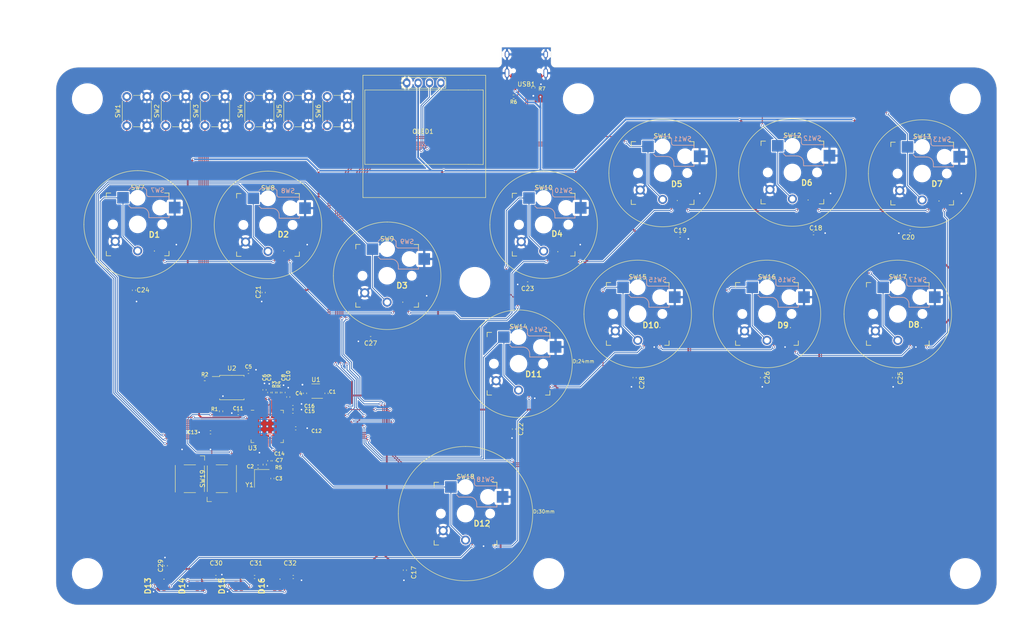
<source format=kicad_pcb>
(kicad_pcb (version 20221018) (generator pcbnew)
  (layers (0 "F.Cu" signal) (31 "B.Cu" signal) (34 "B.Paste" user) (35 "F.Paste" user) (36 "B.SilkS" user "B.Silkscreen") (37 "F.SilkS" user "F.Silkscreen") (38 "B.Mask" user) (39 "F.Mask" user) (44 "Edge.Cuts" user))
  (net 0 "")
  (net 1 "+5V")
  (net 2 "XIN")
  (net 3 "Net-(C3-Pad1)")
  (net 4 "+1V1")
  (net 5 "GND")
  (net 6 "+3V3")
  (net 7 "QSPI_SS")
  (net 8 "USB_D+")
  (net 9 "USB_D-")
  (net 10 "XOUT")
  (net 11 "RGB_DATA_LEFT")
  (net 12 "RGB_DATA_TRIANGLE")
  (net 13 "RGB_DATA_R2")
  (net 14 "RGB_DATA_DOWN")
  (net 15 "RGB_DATA_R1")
  (net 16 "RGB_DATA_CIRCLE")
  (net 17 "RGB_DATA_RIGHT")
  (net 18 "RGB_DATA_L1")
  (net 19 "RGB_DATA_CROSS")
  (net 20 "RGB_DATA_SQUARE")
  (net 21 "RGB_DATA_L2")
  (net 22 "RGB_DATA_UP")
  (net 23 "OPT1")
  (net 24 "OPT2")
  (net 25 "OPT3")
  (net 26 "OPT4")
  (net 27 "OPT5")
  (net 28 "OPT6")
  (net 29 "LEFT")
  (net 30 "DOWN")
  (net 31 "RIGHT")
  (net 32 "SQUARE")
  (net 33 "TRIANGLE")
  (net 34 "R1")
  (net 35 "L1")
  (net 36 "CROSS")
  (net 37 "CIRCLE")
  (net 38 "R2")
  (net 39 "L2")
  (net 40 "UP")
  (net 41 "QSPI_SD1")
  (net 42 "QSPI_SD2")
  (net 43 "QSPI_SD0")
  (net 44 "QSPI_SCLK")
  (net 45 "QSPI_SD3")
  (net 47 "SCL")
  (net 48 "SDA")
  (net 49 "RGB_DATA_P1")
  (net 50 "RGB_DATA_P2")
  (net 51 "RGB_DATA_P3")
  (net 52 "Net-(USB1-CC1)")
  (net 53 "RGB_DATA_P4")
  (net 54 "Net-(R1-Pad2)")
  (net 55 "Net-(U3-USB_DP)")
  (net 56 "Net-(U3-USB_DM)")
  (net 57 "Net-(USB1-CC2)")
  (net 58 "Net-(U3-RUN)")
  (footprint "SK6812-EC20:SK6812EC20" (layer "F.Cu") (at 201.26 87.399741 90)
    (fp_text reference "D9")
    (fp_text value "SK6812-EC20" hide)
  )
  (footprint "Resistor_SMD:R_0402_1005Metric" (layer "F.Cu") (at 71.11 97.3225 180)
    (fp_text reference "R2")
    (fp_text value "10k")
  )
  (footprint "Capacitor_SMD:C_0402_1005Metric" (layer "F.Cu") (at 84.265534 78.009534 -90)
    (fp_text reference "C21")
    (fp_text value "100nF")
  )
  (footprint "Resistor_SMD:R_0402_1005Metric" (layer "F.Cu") (at 87.63 100.33 90)
    (fp_text reference "R4")
    (fp_text value "27")
  )
  (footprint "Resistor_SMD:R_0402_1005Metric" (layer "F.Cu") (at 140.055534 34.29 180)
    (fp_text reference "R6")
    (fp_text value "5.1k")
  )
  (footprint "Button_Switch_THT:SW_PUSH_6mm_H5mm" (layer "F.Cu") (at 89.75 40.75 90)
    (fp_text reference "SW5")
    (fp_text value "SW_Push")
  )
  (footprint "Kailh:Kailh_socket_PG1350_optional" (layer "F.Cu") (at 146.765534 62.855534)
    (fp_text reference "SW10")
    (fp_text value "SW_Push")
  )
  (footprint "Type-C.pretty-master:HRO-TYPE-C-31-M-12-Assembly" (layer "F.Cu") (at 142.905534 22.245534 180)
    (fp_text reference "USB1")
    (fp_text value "HRO-TYPE-C-31-M-12")
  )
  (footprint "SK6812-EC20:SK6812EC20" (layer "F.Cu") (at 70.041534 143.541534 90)
    (fp_text reference "D14")
    (fp_text value "SK6812-EC20" hide)
  )
  (footprint "Capacitor_SMD:C_0402_1005Metric" (layer "F.Cu") (at 140.145534 108.489534 -90)
    (fp_text reference "C22")
    (fp_text value "100nF")
  )
  (footprint "Resistor_SMD:R_0402_1005Metric" (layer "F.Cu") (at 86.55 100.33 90)
    (fp_text reference "R3")
    (fp_text value "27")
  )
  (footprint "Capacitor_SMD:C_0402_1005Metric" (layer "F.Cu") (at 115.789534 139.985534 -90)
    (fp_text reference "C17")
    (fp_text value "100nF")
  )
  (footprint "Capacitor_SMD:C_0402_1005Metric" (layer "F.Cu") (at 228.565534 64.293534 180)
    (fp_text reference "C20")
    (fp_text value "100nF")
  )
  (footprint "Button_Switch_THT:SW_PUSH_6mm_H5mm" (layer "F.Cu") (at 81.05 40.75 90)
    (fp_text reference "SW4")
    (fp_text value "SW_Push")
  )
  (footprint "Capacitor_SMD:C_0402_1005Metric" (layer "F.Cu") (at 91.41695 108.327974)
    (fp_text reference "C12")
    (fp_text value "100n")
  )
  (footprint "Kailh:Kailh_socket_PG1350_optional" (layer "F.Cu") (at 167.765534 82.785534)
    (fp_text reference "SW15")
    (fp_text value "SW_Push")
  )
  (footprint "Resistor_SMD:R_0402_1005Metric" (layer "F.Cu") (at 74.76 104.5225 -90)
    (fp_text reference "R1")
    (fp_text value "1k")
  )
  (footprint "Capacitor_SMD:C_0402_1005Metric" (layer "F.Cu") (at 90.790232 104.586961)
    (fp_text reference "C15")
    (fp_text value "100n")
  )
  (footprint "MountingHole:MountingHole_6.4mm_M6" (layer "F.Cu") (at 240.905534 34.745534)
    (fp_text reference "H3" hide)
    (fp_text value "MountingHole")
  )
  (footprint "Capacitor_SMD:C_0402_1005Metric" (layer "F.Cu") (at 73.597534 141.509534)
    (fp_text reference "C30")
    (fp_text value "100nF")
  )
  (footprint "Button_Switch_THT:SW_PUSH_6mm_H5mm" (layer "F.Cu") (at 98.45 40.75 90)
    (fp_text reference "SW6")
    (fp_text value "SW_Push")
  )
  (footprint "Capacitor_SMD:C_0402_1005Metric" (layer "F.Cu") (at 195.517534 96.997463 -90)
    (fp_text reference "C26")
    (fp_text value "100nF")
  )
  (footprint "SK6812-EC20:SK6812EC20" (layer "F.Cu") (at 145.45 98.44 90)
    (fp_text reference "D11")
    (fp_text value "SK6812-EC20" hide)
  )
  (footprint "Button_Switch_THT:SW_PUSH_6mm_H5mm" (layer "F.Cu") (at 71.15 40.75 90)
    (fp_text reference "SW3")
    (fp_text value "SW_Push")
  )
  (footprint "Kailh:Kailh_socket_PG1350_optional" (layer "F.Cu") (at 202.295534 51.205534)
    (fp_text reference "SW12")
    (fp_text value "SW_Push")
  )
  (footprint "SK6812-EC20:SK6812EC20" (layer "F.Cu") (at 177.2 55.930877 -90)
    (fp_text reference "D5" hide)
    (fp_text value "SK6812-EC20" hide)
  )
  (footprint "SK6812-EC20:SK6812EC20" (layer "F.Cu") (at 230.54 87.390832 90)
    (fp_text reference "D8" hide)
    (fp_text value "SK6812-EC20" hide)
  )
  (footprint "Resistor_SMD:R_0402_1005Metric" (layer "F.Cu") (at 144.455534 32.245534 -90)
    (fp_text reference "R7")
    (fp_text value "5.1k")
  )
  (footprint "Kailh:Kailh_socket_PG1350_optional" (layer "F.Cu") (at 85.225534 62.915534)
    (fp_text reference "SW8")
    (fp_text value "SW_Push")
  )
  (footprint "Capacitor_SMD:C_0402_1005Metric" (layer "F.Cu") (at 207.01 64.77)
    (fp_text reference "C18")
    (fp_text value "100nF")
  )
  (footprint "SSD1306:128x64OLED" (layer "F.Cu") (at 119.82 41.8)
    (fp_text reference "OLED1")
    (fp_text value "SSD1306")
  )
  (footprint "SK6812-EC20:SK6812EC20" (layer "F.Cu") (at 78.677534 143.541534 90)
    (fp_text reference "D15")
    (fp_text value "SK6812-EC20" hide)
  )
  (footprint "SK6812-EC20:SK6812EC20" (layer "F.Cu") (at 115.915014 78.609701 -90)
    (fp_text reference "D3" hide)
    (fp_text value "SK6812-EC20" hide)
  )
  (footprint "Kailh:Kailh_socket_PG1350_optional" (layer "F.Cu") (at 129.325534 127.365534)
    (fp_text reference "SW18")
    (fp_text value "SW_Push")
  )
  (footprint "MountingHole:MountingHole_6.4mm_M6" (layer "F.Cu") (at 147.905534 140.745534)
    (fp_text reference "H6" hide)
    (fp_text value "MountingHole")
  )
  (footprint "SK6812-EC20:SK6812EC20" (layer "F.Cu") (at 87.313534 143.541534 90)
    (fp_text reference "D16")
    (fp_text value "SK6812-EC20" hide)
  )
  (footprint "Capacitor_SMD:C_0402_1005Metric" (layer "F.Cu") (at 93.49 100.51 90)
    (fp_text reference "C4")
    (fp_text value "1u")
  )
  (footprint "SK6812-EC20:SK6812EC20" (layer "F.Cu") (at 172.12 87.380437 90)
    (fp_text reference "D10" hide)
    (fp_text value "SK6812-EC20" hide)
  )
  (footprint "Capacitor_SMD:C_0402_1005Metric" (layer "F.Cu") (at 90.869534 141.509534)
    (fp_text reference "C32")
    (fp_text value "100nF")
  )
  (footprint "Package_SO:SOIC-8_5.23x5.23mm_P1.27mm" (layer "F.Cu") (at 77.16 99.2225)
    (fp_text reference "U2")
    (fp_text value "W25Q128JVS")
  )
  (footprint "Capacitor_SMD:C_0402_1005Metric" (layer "F.Cu") (at 55.309534 77.501534 -90)
    (fp_text reference "C24")
    (fp_text value "100nF")
  )
  (footprint "Capacitor_SMD:C_0402_1005Metric" (layer "F.Cu") (at 82.233534 141.509534)
    (fp_text reference "C31")
    (fp_text value "100nF")
  )
  (footprint "Button_Switch_THT:SW_PUSH_6mm_H5mm" (layer "F.Cu") (at 53.7 40.745534 90)
    (fp_text reference "SW1")
    (fp_text value "SW_Push")
  )
  (footprint "SK6812-EC20:SK6812EC20" (layer "F.Cu") (at 134.02 132.014896 90)
    (fp_text reference "D12")
    (fp_text value "SK6812-EC20" hide)
  )
  (footprint "Capacitor_SMD:C_0402_1005Metric" (layer "F.Cu") (at 98.29 100.51 90)
    (fp_text reference "C1")
    (fp_text value "1u")
  )
  (footprint "Capacitor_SMD:C_0402_1005Metric" (layer "F.Cu") (at 167.069534 97 -90)
    (fp_text reference "C28")
    (fp_text value "100nF")
  )
  (footprint "Kailh:Kailh_socket_PG1350_optional" (layer "F.Cu") (at 225.825534 82.785534)
    (fp_text reference "SW17")
    (fp_text value "SW_Push")
  )
  (footprint "Capacitor_SMD:C_0402_1005Metric" (layer "F.Cu") (at 224.981534 97 -90)
    (fp_text reference "C25")
    (fp_text value "100nF")
  )
  (footprint "Capacitor_SMD:C_0402_1005Metric" (layer "F.Cu") (at 84.45 99.73 90)
    (fp_text reference "C6")
    (fp_text value "100n")
  )
  (footprint "MountingHole:MountingHole_6.4mm_M6" (layer "F.Cu") (at 154.505534 34.745534)
    (fp_text reference "H2" hide)
    (fp_text value "MountingHole")
  )
  (footprint "Capacitor_SMD:C_0402_1005Metric" (layer "F.Cu") (at 86.56 115.57 -90)
    (fp_text reference "C7")
    (fp_text value "100n")
  )
  (footprint "Kailh:Kailh_socket_PG1350_optional" (layer "F.Cu") (at 196.615534 82.785534)
    (fp_text reference "SW16")
    (fp_text value "SW_Push")
  )
  (footprint "Crystal:Crystal_SMD_3225-4Pin_3.2x2.5mm" (layer "F.Cu") (at 83.86 119.52 -90)
    (fp_text reference "Y1")
    (fp_text value "Crystal_GND24")
  )
  (footprint "Capacitor_SMD:C_0402_1005Metric" (layer "F.Cu") (at 86.21 119.52 -90)
    (fp_text reference "C3")
    (fp_text value "30p")
  )
  (footprint "SK6812-EC20:SK6812EC20" (layer "F.Cu") (at 60.46974 67.192899 -90)
    (fp_text reference "D1" hide)
    (fp_text value "SK6812-EC20" hide)
  )
  (footprint "MountingHole:MountingHole_6.4mm_M6" (layer "F.Cu") (at 131.405534 75.745534)
    (fp_text reference "H4" hide)
    (fp_text value "MountingHole")
  )
  (footprint "MountingHole:MountingHole_6.4mm_M6" (layer "F.Cu") (at 44.905534 140.745534)
    (fp_text reference "H5" hide)
    (fp_text value "MountingHole")
  )
  (footprint "SK6812-EC20:SK6812EC20" (layer "F.Cu") (at 89.368173 67.160023 -90)
    (fp_text reference "D2" hide)
    (fp_text value "SK6812-EC20" hide)
  )
  (footprint "MountingHole:MountingHole_6.4mm_M6" (layer "F.Cu") (at 240.905534 140.745534)
    (fp_text reference "H7" hide)
    (fp_text value "MountingHole")
  )
  (footprint "Kailh:Kailh_socket_PG1350_optional" (layer "F.Cu") (at 111.825534 74.265534)
    (fp_text reference "SW9")
    (fp_text value "SW_Push")
  )
  (footprint "Capacitor_SMD:C_0402_1005Metric" (layer "F.Cu") (at 80.86 95.7225)
    (fp_text reference "C5")
    (fp_text value "100n")
  )
  (footprint "Capacitor_SMD:C_0402_1005Metric" (layer "F.Cu") (at 78.58625 104.9225 180)
    (fp_text reference "C11")
    (fp_text value "100n")
  )
  (footprint "Button_Switch_SMD:SW_SPST_Omron_B3FS-100xP" (layer "F.Cu") (at 67.78 119.57 -90)
    (fp_text reference "SW20" hide)
    (fp_text value "SW_Push")
  )
  (footprint "Capacitor_SMD:C_0402_1005Metric" (layer "F.Cu") (at 88.7 100.33 90)
    (fp_text reference "C8")
    (fp_text value "1u")
  )
  (footprint "Button_Switch_THT:SW_PUSH_6mm_H5mm" (layer "F.Cu") (at 62.4 40.75 90)
    (fp_text reference "SW2")
    (fp_text value "SW_Push")
  )
  (footprint "SK6812-EC20:SK6812EC20" (layer "F.Cu") (at 61.405534 143.541534 90)
    (fp_text reference "D13")
    (fp_text value "SK6812-EC20" hide)
  )
  (footprint "Capacitor_SMD:C_0402_1005Metric" (layer "F.Cu") (at 90.790232 103.576212)
    (fp_text reference "C16")
    (fp_text value "100n")
  )
  (footprint "RP2040:RP2040-QFN-56" (layer "F.Cu") (at 85.058856 107.89)
    (fp_text reference "U3")
    (fp_text value "RP2040")
  )
  (footprint "SK6812-EC20:SK6812EC20" (layer "F.Cu") (at 206.41 55.806638 -90)
    (fp_text reference "D6" hide)
    (fp_text value "SK6812-EC20" hide)
  )
  (footprint "Capacitor_SMD:C_0402_1005Metric" (layer "F.Cu") (at 177.229534 65.309534)
    (fp_text reference "C19")
    (fp_text value "100nF")
  )
  (footprint "Resistor_SMD:R_0402_1005Metric" (layer "F.Cu") (at 84.51 116.42 -90)
    (fp_text reference "R5")
    (fp_text value "1k")
  )
  (footprint "Capacitor_SMD:C_0402_1005Metric" (layer "F.Cu") (at 62.421534 138.997534 90)
    (fp_text reference "C29")
    (fp_text value "100nF")
  )
  (footprint "Capacitor_SMD:C_0402_1005Metric" (layer "F.Cu") (at 108.141534 88.169534 180)
    (fp_text reference "C27")
    (fp_text value "100nF")
  )
  (footprint "Capacitor_SMD:C_0402_1005Metric" (layer "F.Cu") (at 72.39 109.22 180)
    (fp_text reference "C13")
    (fp_text value "100n")
  )
  (footprint "Capacitor_SMD:C_0402_1005Metric" (layer "F.Cu") (at 83.01 116.87 180)
    (fp_text reference "C2")
    (fp_text value "30p")
  )
  (footprint "Capacitor_SMD:C_0402_1005Metric" (layer "F.Cu") (at 85.5 100.33 90)
    (fp_text reference "C9")
    (fp_text value "100n")
  )
  (footprint "Capacitor_SMD:C_0402_1005Metric" (layer "F.Cu") (at 89.75 101.33 90)
    (fp_text reference "C10")
    (fp_text value "1u")
  )
  (footprint "Kailh:Kailh_socket_PG1350_optional" (layer "F.Cu") (at 173.325534 51.325534)
    (fp_text reference "SW11")
    (fp_text value "SW_Push")
  )
  (footprint "SK6812-EC20:SK6812EC20" (layer "F.Cu") (at 235.62 56.021975 -90)
    (fp_text reference "D7" hide)
    (fp_text value "SK6812-EC20" hide)
  )
  (footprint "Package_TO_SOT_SMD:SOT-23-5" (layer "F.Cu") (at 95.89 100.01 180)
    (fp_text reference "U1")
    (fp_text value "TLV73333PDBV")
  )
  (footprint "SK6812-EC20:SK6812EC20" (layer "F.Cu") (at 150.53 67.341534 -90)
    (fp_text reference "D4" hide)
    (fp_text value "SK6812-EC20" hide)
  )
  (footprint "Kailh:Kailh_socket_PG1350_optional" (layer "F.Cu") (at 56.130534 62.795534)
    (fp_text reference "SW7")
    (fp_text value "SW_Push")
  )
  (footprint "Kailh:Kailh_socket_PG1350_optional" (layer "F.Cu") (at 141.155534 93.895534)
    (fp_text reference "SW14")
    (fp_text value "SW_Push")
  )
  (footprint "Capacitor_SMD:C_0402_1005Metric" (layer "F.Cu") (at 85.53 115.57 -90)
    (fp_text reference "C14")
    (fp_text value "100n")
  )
  (footprint "MountingHole:MountingHole_6.4mm_M6" (layer "F.Cu") (at 44.905534 34.745534)
    (fp_text reference "H1" hide)
    (fp_text value "MountingHole")
  )
  (footprint "Capacitor_SMD:C_0402_1005Metric" (layer "F.Cu") (at 143.193534 75.977534 180)
    (fp_text reference "C23")
    (fp_text value "100nF")
  )
  (footprint "Kailh:Kailh_socket_PG1350_optional" (layer "F.Cu") (at 231.265534 51.445534)
    (fp_text reference "SW13")
    (fp_text value "SW_Push")
  )
  (footprint "Button_Switch_SMD:SW_SPST_Omron_B3FS-100xP" (layer "F.Cu") (at 74.93 119.57 90)
    (fp_text reference "SW19")
    (fp_text value "SW_Push")
  )
  (gr_arc (start 167.771376 70.785507) (mid 176.257392 91.264274) (end 155.765531 82.809928) (stroke (width 0.12)) (layer "F.SilkS"))
  (gr_arc (start 141.161376 81.895507) (mid 149.647392 102.374274) (end 129.155531 93.919928) (stroke (width 0.12)) (layer "F.SilkS"))
  (gr_arc (start 196.621376 70.785507) (mid 205.107392 91.264274) (end 184.615531 82.809928) (stroke (width 0.12)) (layer "F.SilkS"))
  (gr_arc (start 231.271376 39.445507) (mid 239.757392 59.924274) (end 219.265531 51.469928) (stroke (width 0.12)) (layer "F.SilkS"))
  (gr_arc (start 99.825532 74.289928) (mid 103.333677 65.786795) (end 111.831376 62.265508) (stroke (width 0.12)) (layer "F.SilkS"))
  (gr_arc (start 146.771376 50.855507) (mid 155.257392 71.334274) (end 134.765531 62.879928) (stroke (width 0.12)) (layer "F.SilkS"))
  (gr_arc (start 111.831376 62.265507) (mid 120.317392 82.744274) (end 99.825531 74.289928) (stroke (width 0.12)) (layer "F.SilkS"))
  (gr_arc (start 219.265532 51.469928) (mid 222.773677 42.966795) (end 231.271376 39.445508) (stroke (width 0.12)) (layer "F.SilkS"))
  (gr_arc (start 225.831376 70.785507) (mid 234.317392 91.264274) (end 213.825531 82.809928) (stroke (width 0.12)) (layer "F.SilkS"))
  (gr_arc (start 161.325532 51.349928) (mid 164.833677 42.846795) (end 173.331376 39.325508) (stroke (width 0.12)) (layer "F.SilkS"))
  (gr_arc (start 213.825532 82.809928) (mid 217.333677 74.306795) (end 225.831376 70.785508) (stroke (width 0.12)) (layer "F.SilkS"))
  (gr_arc (start 184.615532 82.809928) (mid 188.123677 74.306795) (end 196.621376 70.785508) (stroke (width 0.12)) (layer "F.SilkS"))
  (gr_arc (start 129.155532 93.919928) (mid 132.663677 85.416795) (end 141.161376 81.895508) (stroke (width 0.12)) (layer "F.SilkS"))
  (gr_arc (start 44.130532 62.819928) (mid 47.638677 54.316795) (end 56.136376 50.795508) (stroke (width 0.12)) (layer "F.SilkS"))
  (gr_arc (start 114.33 127.365501) (mid 118.723681 116.7605) (end 129.33 112.370001) (stroke (width 0.12)) (layer "F.SilkS"))
  (gr_arc (start 202.301376 39.205507) (mid 210.787392 59.684274) (end 190.295531 51.229928) (stroke (width 0.12)) (layer "F.SilkS"))
  (gr_arc (start 56.136376 50.795507) (mid 64.622392 71.274274) (end 44.130531 62.819928) (stroke (width 0.12)) (layer "F.SilkS"))
  (gr_arc (start 144.321068 127.36575) (mid 129.325409 142.361068) (end 114.33 127.365501) (stroke (width 0.12)) (layer "F.SilkS"))
  (gr_arc (start 129.33 112.370001) (mid 139.930633 116.763746) (end 144.321068 127.36575) (stroke (width 0.12)) (layer "F.SilkS"))
  (gr_arc (start 134.765532 62.879928) (mid 138.273677 54.376795) (end 146.771376 50.855508) (stroke (width 0.12)) (layer "F.SilkS"))
  (gr_arc (start 85.231376 50.915507) (mid 93.717392 71.394274) (end 73.225531 62.939928) (stroke (width 0.12)) (layer "F.SilkS"))
  (gr_arc (start 73.225532 62.939928) (mid 76.733677 54.436795) (end 85.231376 50.915508) (stroke (width 0.12)) (layer "F.SilkS"))
  (gr_arc (start 173.331376 39.325507) (mid 181.817392 59.804274) (end 161.325531 51.349928) (stroke (width 0.12)) (layer "F.SilkS"))
  (gr_arc (start 190.295532 51.229928) (mid 193.803677 42.726795) (end 202.301376 39.205508) (stroke (width 0.12)) (layer "F.SilkS"))
  (gr_arc (start 155.765532 82.809928) (mid 159.273677 74.306795) (end 167.771376 70.785508) (stroke (width 0.12)) (layer "F.SilkS"))
  (gr_arc (start 242.905534 27.745534) (mid 246.441034 29.210014) (end 247.905534 32.745534) (stroke (width 0.05)) (layer "Edge.Cuts"))
  (gr_line (start 42.905534 27.745534) (end 136.405534 27.745534) (stroke (width 0.05)) (layer "Edge.Cuts"))
  (gr_line (start 137.405534 23.245534) (end 148.405534 23.245534) (stroke (width 0.05)) (layer "Edge.Cuts"))
  (gr_line (start 148.405534 23.245534) (end 148.405534 26.745534) (stroke (width 0.05)) (layer "Edge.Cuts"))
  (gr_arc (start 37.905534 32.745534) (mid 39.37 29.21) (end 42.905534 27.745534) (stroke (width 0.05)) (layer "Edge.Cuts"))
  (gr_arc (start 42.905534 147.745534) (mid 39.37 146.281068) (end 37.905534 142.745534) (stroke (width 0.05)) (layer "Edge.Cuts"))
  (gr_line (start 149.405534 27.745534) (end 242.905534 27.745534) (stroke (width 0.05)) (layer "Edge.Cuts"))
  (gr_arc (start 247.905534 142.745534) (mid 246.441058 146.281058) (end 242.905534 147.745534) (stroke (width 0.05)) (layer "Edge.Cuts"))
  (gr_arc (start 137.405534 26.745534) (mid 137.112631 27.452631) (end 136.405534 27.745534) (stroke (width 0.05)) (layer "Edge.Cuts"))
  (gr_line (start 242.905534 147.745534) (end 42.905534 147.745534) (stroke (width 0.05)) (layer "Edge.Cuts"))
  (gr_line (start 137.405534 26.745534) (end 137.405534 23.245534) (stroke (width 0.05)) (layer "Edge.Cuts"))
  (gr_arc (start 149.405534 27.745534) (mid 148.698393 27.452655) (end 148.405534 26.745534) (stroke (width 0.05)) (layer "Edge.Cuts"))
  (gr_line (start 247.905534 32.745534) (end 247.905534 142.745534) (stroke (width 0.05)) (layer "Edge.Cuts"))
  (gr_line (start 37.905534 142.745534) (end 37.905534 32.745534) (stroke (width 0.05)) (layer "Edge.Cuts"))
  (gr_text "D:30mm" (at 144.321068 127.36575) (layer "F.SilkS") (effects (font (size 0.8 0.8) (thickness 0.12)) (justify left bottom)))
  (gr_text "D:24mm" (at 153.160633 93.835651) (layer "F.SilkS") (effects (font (size 0.8 0.8) (thickness 0.12)) (justify left bottom)))
  (gr_text "D5\n" (at 176.464774 53.791089) (layer "F.SilkS") (effects (font (size 1.27 1.27) (thickness 0.254))))
  (gr_text "D10\n" (at 170.6903 85.287545) (layer "F.SilkS") (effects (font (size 1.27 1.27) (thickness 0.254))))
  (gr_text "D7\n\n" (at 234.579377 54.772392) (layer "F.SilkS") (effects (font (size 1.27 1.27) (thickness 0.254))))
  (gr_text "D6\n\n" (at 205.511447 54.518847) (layer "F.SilkS") (effects (font (size 1.27 1.27) (thickness 0.254))))
  (gr_text "D4\n\n" (at 149.749665 65.927592) (layer "F.SilkS") (effects (font (size 1.27 1.27) (thickness 0.254))))
  (gr_text "D8\n" (at 229.393917 85.180217) (layer "F.SilkS") (effects (font (size 1.27 1.27) (thickness 0.254))))
  (segment (start 116.84 88.9) (end 115.315014 87.375014) (width 0.4) (layer "F.Cu") (net 1))
  (segment (start 140.455534 29.940534) (end 140.455534 32.9195) (width 0.4) (layer "F.Cu") (net 1))
  (segment (start 88.436602 141.509534) (end 87.763534 140.836466) (width 0.4) (layer "F.Cu") (net 1))
  (segment (start 70.491534 143.091534) (end 70.491534 140.328466) (width 0.4) (layer "F.Cu") (net 1))
  (segment (start 123.19 100.33) (end 127 104.14) (width 0.4) (layer "F.Cu") (net 1))
  (segment (start 115.789534 139.505534) (end 115.789534 138.649534) (width 0.4) (layer "F.Cu") (net 1))
  (segment (start 137.16 133.154896) (end 135.37 131.364896) (width 0.4) (layer "F.Cu") (net 1))
  (segment (start 218.44 55.88) (end 218.44 41.91) (width 0.4) (layer "F.Cu") (net 1))
  (segment (start 237.49 92.71) (end 233.68 96.52) (width 0.4) (layer "F.Cu") (net 1))
  (segment (start 199.319278 64.699278) (end 193.04 58.42) (width 0.4) (layer "F.Cu") (net 1))
  (segment (start 79.127534 143.091534) (end 79.127534 140.582466) (width 0.4) (layer "F.Cu") (net 1))
  (segment (start 177.429563 86.730437) (end 179.07 85.09) (width 0.4) (layer "F.Cu") (net 1))
  (segment (start 63.5 76.2) (end 67.31 72.39) (width 0.4) (layer "F.Cu") (net 1))
  (segment (start 203.061394 64.699278) (end 205.81 61.950672) (width 0.4) (layer "F.Cu") (net 1))
  (segment (start 123.19 87.63) (end 123.19 100.33) (width 0.4) (layer "F.Cu") (net 1))
  (segment (start 201.86 86.749741) (end 206.620259 86.749741) (width 0.4) (layer "F.Cu") (net 1))
  (segment (start 71.672602 141.509534) (end 70.491534 140.328466) (width 0.4) (layer "F.Cu") (net 1))
  (segment (start 205.742537 96.517463) (end 195.517534 96.517463) (width 0.4) (layer "F.Cu") (net 1))
  (segment (start 230.85995 62.23) (end 226.06 62.23) (width 0.4) (layer "F.Cu") (net 1))
  (segment (start 206.620259 86.749741) (end 208.28 85.09) (width 0.4) (layer "F.Cu") (net 1))
  (segment (start 123.19 87.63) (end 123.19 52.07) (width 0.4) (layer "F.Cu") (net 1))
  (segment (start 226.06 62.23) (end 227.095675 62.23) (width 0.4) (layer "F.Cu") (net 1))
  (segment (start 106.68 139.7) (end 110.49 135.89) (width 0.4) (layer "F.Cu") (net 1))
  (segment (start 179.07 85.09) (end 179.07 71.12) (width 0.4) (layer "F.Cu") (net 1))
  (segment (start 154.94 72.39) (end 165.1 62.23) (width 0.4) (layer "F.Cu") (net 1))
  (segment (start 137.16 135.89) (end 137.16 133.154896) (width 0.4) (layer "F.Cu") (net 1))
  (segment (start 84.761498 74.93) (end 84.761498 75.871498) (width 0.4) (layer "F.Cu") (net 1))
  (segment (start 229.045534 64.179859) (end 229.045534 64.293534) (width 0.4) (layer "F.Cu") (net 1))
  (segment (start 193.04 41.91) (end 190.5 39.37) (width 0.4) (layer "F.Cu") (net 1))
  (segment (start 73.117534 141.509534) (end 71.672602 141.509534) (width 0.4) (layer "F.Cu") (net 1))
  (segment (start 205.81 61.950672) (end 205.81 56.456638) (width 0.4) (layer "F.Cu") (net 1))
  (segment (start 84.761498 74.93) (end 84.761498 77.03357) (width 0.4) (layer "F.Cu") (net 1))
  (segment (start 62.644 139.7) (end 71.12 139.7) (width 0.4) (layer "F.Cu") (net 1))
  (segment (start 111.76 88.9) (end 116.84 88.9) (width 0.4) (layer "F.Cu") (net 1))
  (segment (start 154.94 72.39) (end 153.528466 72.39) (width 0.4) (layer "F.Cu") (net 1))
  (segment (start 147.32 75.977534) (end 151.352466 75.977534) (width 0.4) (layer "F.Cu") (net 1))
  (segment (start 59.86974 69.498756) (end 59.86974 67.842899) (width 0.4) (layer "F.Cu") (net 1))
  (segment (start 135.37 131.364896) (end 134.62 131.364896) (width 0.4) (layer "F.Cu") (net 1))
  (segment (start 62.421534 139.477534) (end 62.644 139.7) (width 0.4) (layer "F.Cu") (net 1))
  (segment (start 140.145534 108.009534) (end 140.145534 104.14) (width 0.4) (layer "F.Cu") (net 1))
  (segment (start 57.15 76.2) (end 63.5 76.2) (width 0.4) (layer "F.Cu") (net 1))
  (segment (start 176.6 65.16) (end 176.749534 65.309534) (width 0.4) (layer "F.Cu") (net 1))
  (segment (start 102.26 100.99) (end 102.87 100.99) (width 0.4) (layer "F.Cu") (net 1))
  (segment (start 201.859278 64.699278) (end 199.319278 64.699278) (width 0.4) (layer "F.Cu") (net 1))
  (segment (start 115.315014 87.375014) (end 115.315014 79.259701) (width 0.4) (layer "F.Cu") (net 1))
  (segment (start 111.76 88.9) (end 110.49 90.17) (width 0.4) (layer "F.Cu") (net 1))
  (segment (start 96.99 99.06) (end 100.33 99.06) (width 0.4) (layer "F.Cu") (net 1))
  (segment (start 206.459278 64.699278) (end 206.53 64.77) (width 0.4) (layer "F.Cu") (net 1))
  (segment (start 88.768173 69.851827) (end 88.768173 67.810023) (width 0.4) (layer "F.Cu") (net 1))
  (segment (start 62.421534 139.477534) (end 62.421534 142.525534) (width 0.4) (layer "F.Cu") (net 1))
  (segment (start 232.236 67.484) (end 229.045534 64.293534) (width 0.4) (layer "F.Cu") (net 1))
  (segment (start 176.6 56.580877) (end 176.6 65.16) (width 0.4) (layer "F.Cu") (net 1))
  (segment (start 237.49 83.82) (end 237.49 92.71) (width 0.4) (layer "F.Cu") (net 1))
  (segment (start 208.28 71.12) (end 203.2 66.04) (width 0.4) (layer "F.Cu") (net 1))
  (segment (start 235.02 58.06995) (end 230.85995 62.23) (width 0.4) (layer "F.Cu") (net 1))
  (segment (start 102.87 100.99) (end 109.83 100.99) (width 0.4) (layer "F.Cu") (net 1))
  (segment (start 235.02 56.671975) (end 235.02 58.06995) (width 0.4) (layer "F.Cu") (net 1))
  (segment (start 123.19 52.07) (end 124.46 50.8) (width 0.4) (layer "F.Cu") (net 1))
  (segment (start 173.259534 65.309534) (end 171.45 65.309534) (width 0.4) (layer "F.Cu") (net 1))
  (segment (start 171.45 65.309534) (end 168.179534 65.309534) (width 0.4) (layer "F.Cu") (net 1))
  (segment (start 227.095675 62.23) (end 229.045534 64.179859) (width 0.4) (layer "F.Cu") (net 1))
  (segment (start 87.763534 143.091534) (end 87.763534 140.836466) (width 0.4) (layer "F.Cu") (net 1))
  (segment (start 224.79 62.23) (end 226.06 62.23) (width 0.4) (layer "F.Cu") (net 1))
  (segment (start 147.32 104.14) (end 149.86 101.6) (width 0.4) (layer "F.Cu") (net 1))
  (segment (start 165.1 62.23) (end 153.67 50.8) (width 0.4) (layer "F.Cu") (net 1))
  (segment (start 233.68 96.52) (end 224.981534 96.52) (width 0.4) (layer "F.Cu") (net 1))
  (segment (start 79.127534 140.582466) (end 80.01 139.7) (width 0.4) (layer "F.Cu") (net 1))
  (segment (start 62.421534 142.525534) (end 61.855534 143.091534) (width 0.4) (layer "F.Cu") (net 1))
  (segment (start 55.708496 73.66) (end 55.708496 76.622572) (width 0.4) (layer "F.Cu") (net 1))
  (segment (start 179.07 95.25) (end 177.8 96.52) (width 0.4) (layer "F.Cu") (net 1))
  (segment (start 201.859278 64.699278) (end 203.061394 64.699278) (width 0.4) (layer "F.Cu") (net 1))
  (segment (start 166.37 63.5) (end 165.1 62.23) (width 0.4) (layer "F.Cu") (net 1))
  (segment (start 88.9 139.7) (end 101.6 139.7) (width 0.4) (layer "F.Cu") (net 1))
  (segment (start 149.86 99.34005) (end 148.30995 97.79) (width 0.4) (layer "F.Cu") (net 1))
  (segment (start 71.12 139.7) (end 80.01 139.7) (width 0.4) (layer "F.Cu") (net 1))
  (segment (start 121.92 88.9) (end 123.19 87.63) (width 0.4) (layer "F.Cu") (net 1))
  (segment (start 97.02 100.99) (end 96.99 100.96) (width 0.381) (layer "F.Cu") (net 1))
  (segment (start 234.569168 86.740832) (end 231.14 86.740832) (width 0.4) (layer "F.Cu") (net 1))
  (segment (start 151.352466 75.977534) (end 154.94 72.39) (width 0.4) (layer "F.Cu") (net 1))
  (segment (start 115.789534 138.649534) (end 115.57 138.43) (width 0.4) (layer "F.Cu") (net 1))
  (segment (start 98.29 100.99) (end 102.87 100.99) (width 0.4) (layer "F.Cu") (net 1))
  (segment (start 168.179534 65.309534) (end 166.37 63.5) (width 0.4) (layer "F.Cu") (net 1))
  (segment (start 109.83 100.99) (end 110.49 100.33) (width 0.4) (layer "F.Cu") (net 1))
  (segment (start 110.49 100.33) (end 111.76 101.6) (width 0.4) (layer "F.Cu") (net 1))
  (segment (start 84.761498 74.93) (end 84.761498 73.858502) (width 0.4) (layer "F.Cu") (net 1))
  (segment (start 148.30995 97.79) (end 146.05 97.79) (width 0.4) (layer "F.Cu") (net 1))
  (segment (start 111.029534 88.169534) (end 108.621534 88.169534) (width 0.4) (layer "F.Cu") (net 1))
  (segment (start 70.491534 140.328466) (end 71.12 139.7) (width 0.4) (layer "F.Cu") (net 1))
  (segment (start 87.763534 140.836466) (end 88.9 139.7) (width 0.4) (layer "F.Cu") (net 1))
  (segment (start 145.355534 33.595534) (end 145.355534 29.940534) (width 0.4) (layer "F.Cu") (net 1))
  (segment (start 55.708496 76.622572) (end 55.309534 77.021534) (width 0.4) (layer "F.Cu") (net 1))
  (segment (start 149.93 68.791534) (end 149.93 67.991534) (width 0.4) (layer "F.Cu") (net 1))
  (segment (start 93.98 77.47) (end 96.52 74.93) (width 0.4) (layer "F.Cu") (net 1))
  (segment (start 127 104.14) (end 140.145534 104.14) (width 0.4) (layer "F.Cu") (net 1))
  (segment (start 84.761498 75.871498) (end 86.36 77.47) (width 0.4) (layer "F.Cu") (net 1))
  (segment (start 208.28 85.09) (end 208.28 93.98) (width 0.4) (layer "F.Cu") (net 1))
  (segment (start 110.49 90.17) (end 110.49 100.33) (width 0.4) (layer "F.Cu") (net 1))
  (segment (start 153.528466 72.39) (end 149.93 68.791534) (width 0.4) (layer "F.Cu") (net 1))
  (segment (start 55.708496 74.758496) (end 57.15 76.2) (width 0.4) (layer "F.Cu") (net 1))
  (segment (start 208.28 93.98) (end 205.742537 96.517463) (width 0.4) (layer "F.Cu") (net 1))
  (segment (start 67.31 72.39) (end 67.31 49.53) (width 0.4) (layer "F.Cu") (net 1))
  (segment (start 96.52 74.93) (end 96.52 50.8) (width 0.4) (layer "F.Cu") (net 1))
  (segment (start 100.33 99.06) (end 102.26 100.99) (width 0.4) (layer "F.Cu") (net 1))
  (segment (start 218.44 41.91) (end 215.9 39.37) (width 0.4) (layer "F.Cu") (net 1))
  (segment (start 149.86 101.6) (end 149.86 99.34005) (width 0.4) (layer "F.Cu") (net 1))
  (segment (start 106.68 139.7) (end 101.6 139.7) (width 0.4) (layer "F.Cu") (net 1))
  (segment (start 110.49 135.89) (end 113.03 138.43) (width 0.4) (layer "F.Cu") (net 1))
  (segment (start 208.28 85.09) (end 208.28 71.12) (width 0.4) (layer "F.Cu") (net 1))
  (segment (start 193.04 58.42) (end 193.04 41.91) (width 0.4) (layer "F.Cu") (net 1))
  (segment (start 179.07 71.12) (end 173.259534 65.309534) (width 0.4) (layer "F.Cu") (net 1))
  (segment (start 140.455534 32.9195) (end 140.556034 33.02) (width 0.4) (layer "F.Cu") (net 1))
  (segment (start 134.62 138.43) (end 137.16 135.89) (width 0.4) (layer "F.Cu") (net 1))
  (segment (start 237.49 83.82) (end 234.569168 86.740832) (width 0.4) (layer "F.Cu") (net 1))
  (segment (start 55.708496 73.66) (end 59.86974 69.498756) (width 0.4) (layer "F.Cu") (net 1))
  (segment (start 111.76 101.6) (end 111.76 134.62) (width 0.4) (layer "F.Cu") (net 1))
  (segment (start 177.8 96.52) (end 167.069534 96.52) (width 0.4) (layer "F.Cu") (net 1))
  (segment (start 172.72 86.730437) (end 177.429563 86.730437) (width 0.4) (layer "F.Cu") (net 1))
  (segment (start 80.054602 141.509534) (end 79.127534 140.582466) (width 0.4) (layer "F.Cu") (net 1))
  (segment (start 179.07 95.25) (end 179.07 85.09) (width 0.4) (layer "F.Cu") (net 1))
  (segment (start 116.84 88.9) (end 121.92 88.9) (width 0.4) (layer "F.Cu") (net 1))
  (segment (start 84.761498 73.858502) (end 88.768173 69.851827) (width 0.4) (layer "F.Cu") (net 1))
  (segment (start 113.03 138.43) (end 115.57 138.43) (width 0.4) (layer "F.Cu") (net 1))
  (segment (start 55.708496 73.66) (end 55.708496 74.758496) (width 0.4) (layer "F.Cu") (net 1))
  (segment (start 98.26 100.96) (end 98.29 100.99) (width 0.381) (layer "F.Cu") (net 1))
  (segment (start 80.01 139.7) (end 88.9 139.7) (width 0.4) (layer "F.Cu") (net 1))
  (segment (start 146.05 34.29) (end 145.355534 33.595534) (width 0.4) (layer "F.Cu") (net 1))
  (segment (start 237.49 83.82) (end 237.49 72.738) (width 0.4) (layer "F.Cu") (net 1))
  (segment (start 96.99 100.96) (end 98.26 100.96) (width 0.381) (layer "F.Cu") (net 1))
  (segment (start 203.061394 64.699278) (end 206.459278 64.699278) (width 0.4) (layer "F.Cu") (net 1))
  (segment (start 111.029534 88.169534) (end 111.76 88.9) (width 0.4) (layer "F.Cu") (net 1))
  (segment (start 81.753534 141.509534) (end 80.054602 141.509534) (width 0.4) (layer "F.Cu") (net 1))
  (segment (start 90.389534 141.509534) (end 88.436602 141.509534) (width 0.4) (layer "F.Cu") (net 1))
  (segment (start 237.49 72.738) (end 232.236 67.484) (width 0.4) (layer "F.Cu") (net 1))
  (segment (start 224.79 62.23) (end 218.44 55.88) (width 0.4) (layer "F.Cu") (net 1))
  (segment (start 143.673534 75.977534) (end 147.32 75.977534) (width 0.4) (layer "F.Cu") (net 1))
  (segment (start 115.57 138.43) (end 134.62 138.43) (width 0.4) (layer "F.Cu") (net 1))
  (segment (start 203.2 66.04) (end 201.859278 64.699278) (width 0.4) (layer "F.Cu") (net 1))
  (segment (start 67.31 49.53) (end 68.58 48.26) (width 0.4) (layer "F.Cu") (net 1))
  (segment (start 140.145534 104.14) (end 147.32 104.14) (width 0.4) (layer "F.Cu") (net 1))
  (segment (start 84.761498 77.03357) (end 84.265534 77.529534) (width 0.4) (layer "F.Cu") (net 1))
  (segment (start 176.749534 65.309534) (end 171.45 65.309534) (width 0.4) (layer "F.Cu") (net 1))
  (segment (start 111.76 134.62) (end 110.49 135.89) (width 0.4) (layer "F.Cu") (net 1))
  (segment (start 86.36 77.47) (end 93.98 77.47) (width 0.4) (layer "F.Cu") (net 1))
  (via (at 215.9 39.37) (size 0.6) (drill 0.35) (layers "F.Cu" "B.Cu") (net 1))
  (via (at 124.46 50.8) (size 0.6) (drill 0.35) (layers "F.Cu" "B.Cu") (net 1))
  (via (at 190.5 39.37) (size 0.6) (drill 0.35) (layers "F.Cu" "B.Cu") (net 1))
  (via (at 146.05 34.29) (size 0.6) (drill 0.35) (layers "F.Cu" "B.Cu") (net 1))
  (via (at 140.556034 33.02) (size 0.6) (drill 0.35) (layers "F.Cu" "B.Cu") (net 1))
  (via (at 153.67 50.8) (size 0.6) (drill 0.35) (layers "F.Cu" "B.Cu") (net 1))
  (via (at 96.52 50.8) (size 0.6) (drill 0.35) (layers "F.Cu" "B.Cu") (net 1))
  (via (at 68.58 48.26) (size 0.6) (drill 0.35) (layers "F.Cu" "B.Cu") (net 1))
  (segment (start 124.46 50.8) (end 121.7 50.8) (width 0.4) (layer "B.Cu") (net 1))
  (segment (start 93.98 48.26) (end 68.58 48.26) (width 0.4) (layer "B.Cu") (net 1))
  (segment (start 96.52 50.8) (end 93.98 48.26) (width 0.4) (layer "B.Cu") (net 1))
  (segment (start 124.46 50.8) (end 129.54 50.8) (width 0.4) (layer "B.Cu") (net 1))
  (segment (start 190.5 39.37) (end 215.9 39.37) (width 0.4) (layer "B.Cu") (net 1))
  (segment (start 121.7 50.8) (end 118.74 47.84) (width 0.4) (layer "B.Cu") (net 1))
  (segment (start 153.67 50.8) (end 165.1 39.37) (width 0.4) (layer "B.Cu") (net 1))
  (segment (start 146.05 50.8) (end 146.05 36.83) (width 0.4) (layer "B.Cu") (net 1))
  (segment (start 143.096034 35.56) (end 144.78 35.56) (width 0.4) (layer "B.Cu") (net 1))
  (segment (start 146.05 50.8) (end 153.67 50.8) (width 0.4) (layer "B.Cu") (net 1))
  (segment (start 121.7 50.8) (end 96.52 50.8) (width 0.4) (layer "B.Cu") (net 1))
  (segment (start 165.1 39.37) (end 190.5 39.37) (width 0.4) (layer "B.Cu") (net 1))
  (segment (start 146.05 36.83) (end 146.05 34.29) (width 0.4) (layer "B.Cu") (net 1))
  (segment (start 144.78 35.56) (end 146.05 36.83) (width 0.4) (layer "B.Cu") (net 1))
  (segment (start 140.556034 33.02) (end 143.096034 35.56) (width 0.4) (layer "B.Cu") (net 1))
  (segment (start 129.54 50.8) (end 146.05 50.8) (width 0.4) (layer "B.Cu") (net 1))
  (segment (start 118.74 47.84) (end 118.74 31.2) (width 0.4) (layer "B.Cu") (net 1))
  (segment (start 84.458856 114.365458) (end 83.49 115.334314) (width 0.2) (layer "F.Cu") (net 2))
  (segment (start 83.485636 117.944364) (end 83.485636 116.874364) (width 0.2) (layer "F.Cu") (net 2))
  (segment (start 84.458856 111.3275) (end 84.458856 114.365458) (width 0.2) (layer "F.Cu") (net 2))
  (segment (start 83.01 118.42) (end 83.485636 117.944364) (width 0.2) (layer "F.Cu") (net 2))
  (segment (start 83.485636 116.874364) (end 83.49 116.87) (width 0.2) (layer "F.Cu") (net 2))
  (segment (start 83.49 115.334314) (end 83.49 116.87) (width 0.2) (layer "F.Cu") (net 2))
  (segment (start 84.51 116.93) (end 85.12 116.93) (width 0.2) (layer "F.Cu") (net 3))
  (segment (start 85.12 116.93) (end 86.21 118.02) (width 0.2) (layer "F.Cu") (net 3))
  (segment (start 86.21 119.04) (end 84.71 120.54) (width 0.2) (layer "F.Cu") (net 3))
  (segment (start 86.21 118.02) (end 86.21 119.04) (width 0.2) (layer "F.Cu") (net 3))
  (segment (start 84.71 120.54) (end 84.71 120.62) (width 0.2) (layer "F.Cu") (net 3))
  (segment (start 84.858856 101.831144) (end 84.45 101.422288) (width 0.2) (layer "F.Cu") (net 4))
  (segment (start 88.708132 101.484485) (end 88.7 101.476353) (width 0.2) (layer "F.Cu") (net 4))
  (segment (start 85.658856 112.328856) (end 85.658856 111.3275) (width 0.2) (layer "F.Cu") (net 4))
  (segment (start 86.36 113.03) (end 85.658856 112.328856) (width 0.2) (layer "F.Cu") (net 4))
  (segment (start 88.7 101.476353) (end 88.7 100.81) (width 0.2) (layer "F.Cu") (net 4))
  (segment (start 84.858856 101.831144) (end 85.09 101.6) (width 0.2) (layer "F.Cu") (net 4))
  (segment (start 86.858856 104.4525) (end 86.858856 105.245621) (width 0.2) (layer "F.Cu") (net 4))
  (segment (start 86.858856 105.245621) (end 86.782896 105.321581) (width 0.2) (layer "F.Cu") (net 4))
  (segment (start 86.56 113.23) (end 86.36 113.03) (width 0.2) (layer "F.Cu") (net 4))
  (segment (start 86.56 115.09) (end 86.56 113.23) (width 0.2) (layer "F.Cu") (net 4))
  (segment (start 84.45 101.422288) (end 84.45 100.21) (width 0.2) (layer "F.Cu") (net 4))
  (segment (start 86.858856 104.4525) (end 86.858856 103.333761) (width 0.2) (layer "F.Cu") (net 4))
  (segment (start 86.858856 103.333761) (end 88.708132 101.484485) (width 0.2) (layer "F.Cu") (net 4))
  (segment (start 84.858856 104.4525) (end 84.858856 101.831144) (width 0.2) (layer "F.Cu") (net 4))
  (via (at 86.36 113.03) (size 0.6) (drill 0.35) (layers "F.Cu" "B.Cu") (net 4))
  (via (at 85.664062 110.018436) (size 0.6) (drill 0.35) (layers "F.Cu" "B.Cu") (net 4))
  (via (at 85.09 101.6) (size 0.6) (drill 0.35) (layers "F.Cu" "B.Cu") (net 4))
  (via (at 85.719565 105.770032) (size 0.6) (drill 0.35) (layers "F.Cu" "B.Cu") (net 4))
  (segment (start 85.09 101.6) (end 85.719565 102.229565) (width 0.4) (layer "B.Cu") (net 4))
  (segment (start 85.719565 102.229565) (end 85.719565 105.770032) (width 0.4) (layer "B.Cu") (net 4))
  (segment (start 85.664062 110.018436) (end 85.664062 112.334062) (width 0.4) (layer "B.Cu") (net 4))
  (segment (start 85.664062 112.334062) (end 86.36 113.03) (width 0.4) (layer "B.Cu") (net 4))
  (segment (start 81.881273 117.518727) (end 81.881273 119.491273) (width 0.2) (layer "F.Cu") (net 5))
  (segment (start 229.87 90.17) (end 229.94 90.1) (width 0.2) (layer "F.Cu") (net 5))
  (segment (start 60.955534 143.991534) (end 60.478466 143.991534) (width 0.2) (layer "F.Cu") (net 5))
  (segment (start 115.789534 142.020466) (end 115.57 142.24) (width 0.2) (layer "F.Cu") (net 5))
  (segment (start 133.42 134.55) (end 133.35 134.62) (width 0.2) (layer "F.Cu") (net 5))
  (segment (start 91.979534 141.509534) (end 92.71 142.24) (width 0.2) (layer "F.Cu") (net 5))
  (segment (start 84.45 99.25) (end 84.45 98.296642) (width 0.2) (layer "F.Cu") (net 5))
  (segment (start 167.069534 98.360466) (end 166.37 99.06) (width 0.2) (layer "F.Cu") (net 5))
  (segment (start 72.68 115.57) (end 72.68 123.57) (width 0.2) (layer "F.Cu") (net 5))
  (segment (start 177.709534 65.309534) (end 178.339534 65.309534) (width 0.2) (layer "F.Cu") (net 5))
  (segment (start 89.75 99.243722) (end 89.749603 99.243325) (width 0.2) (layer "F.Cu") (net 5))
  (segment (start 82.0775 95.7225) (end 82.55 95.25) (width 0.4) (layer "F.Cu") (net 5))
  (segment (start 209.580932 64.77) (end 209.612466 64.738466) (width 0.2) (layer "F.Cu") (net 5))
  (segment (start 140.145534 108.969534) (end 140.145534 110.044466) (width 0.2) (layer "F.Cu") (net 5))
  (segment (start 139.680534 34.155) (end 139.545534 34.29) (width 0.2) (layer "F.Cu") (net 5))
  (segment (start 93.49 100.03) (end 93.49 99.147941) (width 0.381) (layer "F.Cu") (net 5))
  (segment (start 64.77 67.31) (end 64.002899 66.542899) (width 0.2) (layer "F.Cu") (net 5))
  (segment (start 107.661534 88.169534) (end 106.140466 88.169534) (width 0.2) (layer "F.Cu") (net 5))
  (segment (start 86.21 120) (end 86.21 121.77) (width 0.2) (layer "F.Cu") (net 5))
  (segment (start 171.45 90.17) (end 171.52 90.1) (width 0.2) (layer "F.Cu") (net 5))
  (segment (start 74.390466 141.509534) (end 74.93 140.97) (width 0.2) (layer "F.Cu") (net 5))
  (segment (start 83.01 120.42) (end 84.71 118.72) (width 0.2) (layer "F.Cu") (net 5))
  (segment (start 92.003788 103.576212) (end 92.71 102.87) (width 0.2) (layer "F.Cu") (net 5))
  (segment (start 154.321534 66.691534) (end 154.94 67.31) (width 0.2) (layer "F.Cu") (net 5))
  (segment (start 139.680534 29.940534) (end 139.680534 34.155) (width 0.2) (layer "F.Cu") (net 5))
  (segment (start 85.53 116.292368) (end 86.526853 117.289221) (width 0.2) (layer "F.Cu") (net 5))
  (segment (start 224.981534 97.48) (end 224.981534 98.868466) (width 0.2) (layer "F.Cu") (net 5))
  (segment (start 82.53 116.87) (end 81.881273 117.518727) (width 0.2) (layer "F.Cu") (net 5))
  (segment (start 55.309534 77.981534) (end 55.309534 79.439534) (width 0.2) (layer "F.Cu") (net 5))
  (segment (start 146.310534 29.940534) (end 147.225534 29.025534) (width 0.2) (layer "F.Cu") (net 5))
  (segment (start 88.7 99.85) (end 88.7 98.698408) (width 0.2) (layer "F.Cu") (net 5))
  (segment (start 144.85 99.09) (end 144.85 101.53) (width 0.2) (layer "F.Cu") (net 5))
  (segment (start 81.34 95.7225) (end 82.0775 95.7225) (width 0.4) (layer "F.Cu") (net 5))
  (segment (start 85.5 98.401003) (end 85.50483 98.396173) (width 0.2) (layer "F.Cu") (net 5))
  (segment (start 85.53 116.05) (end 85.53 116.292368) (width 0.2) (layer "F.Cu") (net 5))
  (segment (start 119.869701 77.959701) (end 116.515014 77.959701) (width 0.2) (layer "F.Cu") (net 5))
  (segment (start 86.560653 116.050653) (end 87.674922 116.050653) (width 0.2) (layer "F.Cu") (net 5))
  (segment (start 84.050371 113.03) (end 83.319438 113.760933) (width 0.2) (layer "F.Cu") (net 5))
  (segment (start 72.68 115.57) (end 72.68 113.32) (width 0.2) (layer "F.Cu") (net 5))
  (segment (start 84.058856 111.3275) (end 84.058856 113.03) (width 0.2) (layer "F.Cu") (net 5))
  (segment (start 83.408627 121.912754) (end 83.01 121.514127) (width 0.2) (layer "F.Cu") (net 5))
  (segment (start 84.265534 78.489534) (end 84.265534 79.564466) (width 0.2) (layer "F.Cu") (net 5))
  (segment (start 65.53 115.57) (end 65.53 113.54) (width 0.2) (layer "F.Cu") (net 5))
  (segment (start 74.077534 141.509534) (end 74.390466 141.509534) (width 0.2) (layer "F.Cu") (net 5))
  (segment (start 84.058856 113.03) (end 84.050371 113.03) (width 0.2) (layer "F.Cu") (net 5))
  (segment (start 181.010877 55.280877) (end 181.61 55.88) (width 0.2) (layer "F.Cu") (net 5))
  (segment (start 229.94 90.1) (end 229.94 88.040832) (width 0.2) (layer "F.Cu") (net 5))
  (segment (start 71.91 109.22) (end 69.85 109.22) (width 0.2) (layer "F.Cu") (net 5))
  (segment (start 65.53 123.57) (end 65.53 115.57) (width 0.2) (layer "F.Cu") (net 5))
  (segment (start 78.227534 143.991534) (end 76.988466 143.991534) (width 0.2) (layer "F.Cu") (net 5))
  (segment (start 93.98 108.2895) (end 93.941526 108.327974) (width 0.2) (layer "F.Cu") (net 5))
  (segment (start 85.5 99.85) (end 85.5 98.401003) (width 0.2) (layer "F.Cu") (net 5))
  (segment (start 62.421534 138.517534) (end 62.421534 137.351534) (width 0.2) (layer "F.Cu") (net 5))
  (segment (start 139.500534 29.940534) (end 138.585534 29.025534) (width 0.2) (layer "F.Cu") (net 5))
  (segment (start 77.142054 104.9225) (end 78.10625 104.9225) (width 0.2) (layer "F.Cu") (net 5))
  (segment (start 84.058856 114.199772) (end 82.53 115.728628) (width 0.2) (layer "F.Cu") (net 5))
  (segment (start 227.609068 64.77) (end 226.06 64.77) (width 0.2) (layer "F.Cu") (net 5))
  (segment (start 82.713534 141.509534) (end 83.089534 141.509534) (width 0.2) (layer "F.Cu") (net 5))
  (segment (start 96.99 100.01) (end 93.51 100.01) (width 0.381) (layer "F.Cu") (net 5))
  (segment (start 207.49 64.77) (end 209.580932 64.77) (width 0.2) (layer "F.Cu") (net 5))
  (segment (start 240.03 55.88) (end 239.521975 55.371975) (width 0.2) (layer "F.Cu") (net 5))
  (segment (start 64.002899 66.542899) (end 61.06974 66.542899) (width 0.2) (layer "F.Cu") (net 5))
  (segment (start 83.01 121.514127) (end 83.01 120.62) (width 0.2) (layer "F.Cu") (net 5))
  (segment (start 146.155534 29.940534) (end 146.155534 31.493886) (width 0.2) (layer "F.Cu") (net 5))
  (segment (start 140.145534 110.044466) (end 139.7 110.49) (width 0.2) (layer "F.Cu") (net 5))
  (segment (start 73.56 101.1275) (end 75.169837 101.1275) (width 0.2) (layer "F.Cu") (net 5))
  (segment (start 106.140466 88.169534) (end 105.41 88.9) (width 0.2) (layer "F.Cu") (net 5))
  (segment (start 133.42 132.664896) (end 133.42 134.55) (width 0.2) (layer "F.Cu") (net 5))
  (segment (start 76.988466 143.991534) (end 76.2 144.78) (width 0.2) (layer "F.Cu") (net 5))
  (segment (start 151.13 66.691534) (end 154.321534 66.691534) (width 0.2) (layer "F.Cu") (net 5))
  (segment (start 200.66 90.17) (end 200.66 88.049741) (width 0.2) (layer "F.Cu") (net 5))
  (segment (start 178.339534 65.309534) (end 179.07 66.04) (width 0.2) (layer "F.Cu") (net 5))
  (segment (start 86.56 116.05) (end 86.560653 116.050653) (width 0.2) (layer "F.Cu") (net 5))
  (segment (start 144.85 101.53) (end 144.78 101.6) (width 0.2) (layer "F.Cu") (net 5))
  (segment (start 167.069534 97.765534) (end 167.069534 98.360466) (width 0.2) (layer "F.Cu") (net 5))
  (segment (start 89.75 100.85) (end 89.75 99.243722) (width 0.2) (layer "F.Cu") (net 5))
  (segment (start 81.881273 119.491273) (end 83.01 120.62) (width 0.2) (layer "F.Cu") (net 5))
  (segment (start 55.309534 79.439534) (end 55.88 80.01) (width 0.2) (layer "F.Cu") (net 5))
  (segment (start 142.713534 75.977534) (end 141.192466 75.977534) (width 0.2) (layer "F.Cu") (net 5))
  (segment (start 144.455534 34.081965) (end 144.463023 34.089454) (width 0.381) (layer "F.Cu") (net 5))
  (segment (start 86.067246 121.912754) (end 83.408627 121.912754) (width 0.2) (layer "F.Cu") (net 5))
  (segment (start 93.180023 66.510023) (end 89.968173 66.510023) (width 0.2) (layer "F.Cu") (net 5))
  (segment (start 98.29 100.03) (end 97.01 100.03) (width 0.381) (layer "F.Cu") (net 5))
  (segment (start 239.521975 55.371975) (end 236.22 55.371975) (width 0.2) (layer "F.Cu") (net 5))
  (segment (start 195.517534 97.477463) (end 195.517534 98.997534) (width 0.2) (layer "F.Cu") (net 5))
  (segment (start 228.085534 64.293534) (end 227.609068 64.77) (width 0.2) (layer "F.Cu") (net 5))
  (segment (start 210.096638 55.156638) (end 207.01 55.156638) (width 0.2) (layer "F.Cu") (net 5))
  (segment (start 92.263039 104.586961) (end 92.71 104.14) (width 0.2) (layer "F.Cu") (net 5))
  (segment (start 224.981534 98.868466) (end 224.79 99.06) (width 0.2) (layer "F.Cu") (net 5))
  (segment (start 72.68 113.32) (end 72.39 113.03) (width 0.2) (layer "F.Cu") (net 5))
  (segment (start 69.591534 143.991534) (end 67.791534 143.991534) (width 0.2) (layer "F.Cu") (net 5))
  (segment (start 120.65 78.74) (end 119.869701 77.959701) (width 0.2) (layer "F.Cu") (net 5))
  (segment (start 93.49 99.147941) (end 92.919973 98.577914) (width 0.381) (layer "F.Cu") (net 5))
  (segment (start 144.455534 32.755534) (end 144.455534 34.081965) (width 0.381) (layer "F.Cu") (net 5))
  (segment (start 93.941526 108.327974) (end 91.89695 108.327974) (width 0.2) (layer "F.Cu") (net 5))
  (segment (start 146.155534 31.493886) (end 146.158298 31.49665) (width 0.2) (layer "F.Cu") (net 5))
  (segment (start 146.130534 29.940534) (end 146.310534 29.940534) (width 0.2) (layer "F.Cu") (net 5))
  (segment (start 177.8 55.280877) (end 181.010877 55.280877) (width 0.2) (layer "F.Cu") (net 5))
  (segment (start 195.517534 98.997534) (end 195.58 99.06) (width 0.2) (layer "F.Cu") (net 5))
  (segment (start 84.71 118.72) (end 84.71 118.42) (width 0.2) (layer "F.Cu") (net 5))
  (segment (start 82.53 115.728628) (end 82.53 116.87) (width 0.2) (layer "F.Cu") (net 5))
  (segment (start 171.52 90.1) (end 171.52 88.030437) (width 0.2) (layer "F.Cu") (net 5))
  (segment (start 83.089534 141.509534) (end 83.82 142.24) (width 0.2) (layer "F.Cu") (net 5))
  (segment (start 84.265534 79.564466) (end 83.82 80.01) (width 0.2) (layer "F.Cu") (net 5))
  (segment (start 91.270232 104.586961) (end 92.263039 104.586961) (width 0.2) (layer "F.Cu") (net 5))
  (segment (start 62.421534 137.351534) (end 62.23 137.16) (width 0.2) (layer "F.Cu") (net 5))
  (segment (start 88.7 98.698408) (end 88.695169 98.693577) (width 0.2) (layer "F.Cu") (net 5))
  (segment (start 210.82 55.88) (end 210.096638 55.156638) (width 0.2) (layer "F.Cu") (net 5))
  (segment (start 139.680534 29.940534) (end 139.500534 29.940534) (width 0.2) (layer "F.Cu") (net 5))
  (segment (start 84.45 98.296642) (end 84.441384 98.288026) (width 0.2) (layer "F.Cu") (net 5))
  (segment (start 85.571534 143.991534) (end 85.09 143.51) (width 0.2) (layer "F.Cu") (net 5))
  (segment (start 84.058856 113.03) (end 84.058856 114.199772) (width 0.2) (layer "F.Cu") (net 5))
  (segment (start 115.789534 140.465534) (end 115.789534 142.020466) (width 0.2) (layer "F.Cu") (net 5))
  (segment (start 75.169837 101.1275) (end 75.170654 101.128317) (width 0.2) (layer "F.Cu") (net 5))
  (segment (start 60.478466 143.991534) (end 59.69 144.78) (width 0.2) (layer "F.Cu") (net 5))
  (segment (start 91.270232 103.576212) (end 92.003788 103.576212) (width 0.2) (layer "F.Cu") (net 5))
  (segment (start 97.01 100.03) (end 96.99 100.01) (width 0.381) (layer "F.Cu") (net 5))
  (segment (start 83.01 120.62) (end 83.01 120.42) (width 0.2) (layer "F.Cu") (net 5))
  (segment (start 141.192466 75.977534) (end 140.97 76.2) (width 0.2) (layer "F.Cu") (net 5))
  (segment (start 67.791534 143.991534) (end 67.31 143.51) (width 0.2) (layer "F.Cu") (net 5))
  (segment (start 86.863534 143.991534) (end 85.571534 143.991534) (width 0.2) (layer "F.Cu") (net 5))
  (segment (start 86.21 121.77) (end 86.067246 121.912754) (width 0.2) (layer "F.Cu") (net 5))
  (segment (start 93.51 100.01) (end 93.49 100.03) (width 0.381) (layer "F.Cu") (net 5))
  (segment (start 65.53 113.54) (end 66.04 113.03) (width 0.2) (layer "F.Cu") (net 5))
  (segment (start 91.349534 141.509534) (end 91.979534 141.509534) (width 0.2) (layer "F.Cu") (net 5))
  (segment (start 93.98 67.31) (end 93.180023 66.510023) (width 0.2) (layer "F.Cu") (net 5))
  (via (at 85.09 143.51) (size 0.6) (drill 0.35) (layers "F.Cu" "B.Cu") (net 5))
  (via (at 67.31 143.51) (size 0.6) (drill 0.35) (layers "F.Cu" "B.Cu") (net 5))
  (via (at 146.158298 31.49665) (size 0.6) (drill 0.35) (layers "F.Cu" "B.Cu") (net 5))
  (via (at 210.82 55.88) (size 0.6) (drill 0.35) (layers "F.Cu" "B.Cu") (net 5))
  (via (at 209.612466 64.738466) (size 0.6) (drill 0.35) (layers "F.Cu" "B.Cu") (net 5))
  (via (at 144.463023 34.089454) (size 0.8) (drill 0.4) (layers "F.Cu" "B.Cu") (net 5))
  (via (at 84.441384 98.288026) (size 0.6) (drill 0.35) (layers "F.Cu" "B.Cu") (net 5))
  (via (at 83.82 80.01) (size 0.6) (drill 0.35) (layers "F.Cu" "B.Cu") (net 5))
  (via (at 82.55 95.25) (size 0.6) (drill 0.35) (layers "F.Cu" "B.Cu") (net 5))
  (via (at 133.35 134.62) (size 0.6) (drill 0.35) (layers "F.Cu" "B.Cu") (net 5))
  (via (at 179.07 66.04) (size 0.6) (drill 0.35) (layers "F.Cu" "B.Cu") (net 5))
  (via (at 92.71 142.24) (size 0.6) (drill 0.35) (layers "F.Cu" "B.Cu") (net 5))
  (via (at 166.37 99.06) (size 0.6) (drill 0.35) (layers "F.Cu" "B.Cu") (net 5))
  (via (at 224.79 99.06) (size 0.6) (drill 0.35) (layers "F.Cu" "B.Cu") (net 5))
  (via (at 120.65 78.74) (size 0.6) (drill 0.35) (layers "F.Cu" "B.Cu") (net 5))
  (via (at 66.04 113.03) (size 0.6) (drill 0.35) (layers "F.Cu" "B.Cu") (net 5))
  (via (at 69.85 109.22) (size 0.6) (drill 0.35) (layers "F.Cu" "B.Cu") (net 5))
  (via (at 240.03 55.88) (size 0.6) (drill 0.35) (layers "F.Cu" "B.Cu") (net 5))
  (via (at 171.45 90.17) (size 0.6) (drill 0.35) (layers "F.Cu" "B.Cu") (net 5))
  (via (at 85.50483 98.396173) (size 0.6) (drill 0.35) (layers "F.Cu" "B.Cu") (net 5))
  (via (at 92.71 104.14) (size 0.6) (drill 0.35) (layers "F.Cu" "B.Cu") (net 5))
  (via (at 105.41 88.9) (size 0.6) (drill 0.35) (layers "F.Cu" "B.Cu") (net 5))
  (via (at 140.97 76.2) (size 0.6) (drill 0.35) (layers "F.Cu" "B.Cu") (net 5))
  (via (at 74.93 140.97) (size 0.6) (drill 0.35) (layers "F.Cu" "B.Cu") (net 5))
  (via (at 200.66 90.17) (size 0.6) (drill 0.35) (layers "F.Cu" "B.Cu") (net 5))
  (via (at 83.82 142.24) (size 0.6) (drill 0.35) (layers "F.Cu" "B.Cu") (net 5))
  (via (at 64.77 67.31) (size 0.6) (drill 0.35) (layers "F.Cu" "B.Cu") (net 5))
  (via (at 88.695169 98.693577) (size 0.6) (drill 0.35) (layers "F.Cu" "B.Cu") (net 5))
  (via (at 229.87 90.17) (size 0.6) (drill 0.35) (layers "F.Cu" "B.Cu") (net 5))
  (via (at 154.94 67.31) (size 0.6) (drill 0.35) (layers "F.Cu" "B.Cu") (net 5))
  (via (at 62.23 137.16) (size 0.6) (drill 0.35) (layers "F.Cu" "B.Cu") (net 5))
  (via (at 144.78 101.6) (size 0.6) (drill 0.35) (layers "F.Cu" "B.Cu") (net 5))
  (via (at 55.88 80.01) (size 0.6) (drill 0.35) (layers "F.Cu" "B.Cu") (net 5))
  (via (at 93.98 108.2895) (size 0.6) (drill 0.35) (layers "F.Cu" "B.Cu") (net 5))
  (via (at 181.61 55.88) (size 0.6) (drill 0.35) (layers "F.Cu" "B.Cu") (net 5))
  (via (at 92.71 102.87) (size 0.6) (drill 0.35) (layers "F.Cu" "B.Cu") (net 5))
  (via (at 89.749603 99.243325) (size 0.6) (drill 0.35) (layers "F.Cu" "B.Cu") (net 5))
  (via (at 139.7 110.49) (size 0.6) (drill 0.35) (layers "F.Cu" "B.Cu") (net 5))
  (via (at 83.319438 113.760933) (size 0.6) (drill 0.35) (layers "F.Cu" "B.Cu") (net 5))
  (via (at 75.170654 101.128317) (size 0.6) (drill 0.35) (layers "F.Cu" "B.Cu") (net 5))
  (via (at 92.919973 98.577914) (size 0.8) (drill 0.4) (layers "F.Cu" "B.Cu") (net 5))
  (via (at 195.58 99.06) (size 0.6) (drill 0.35) (layers "F.Cu" "B.Cu") (net 5))
  (via (at 76.2 144.78) (size 0.6) (drill 0.35) (layers "F.Cu" "B.Cu") (net 5))
  (via (at 93.98 67.31) (size 0.6) (drill 0.35) (layers "F.Cu" "B.Cu") (net 5))
  (via (at 59.69 144.78) (size 0.6) (drill 0.35) (layers "F.Cu" "B.Cu") (net 5))
  (via (at 226.06 64.77) (size 0.6) (drill 0.35) (layers "F.Cu" "B.Cu") (net 5))
  (via (at 72.39 113.03) (size 0.6) (drill 0.35) (layers "F.Cu" "B.Cu") (net 5))
  (via (at 77.142054 104.9225) (size 0.6) (drill 0.35) (layers "F.Cu" "B.Cu") (net 5))
  (via (at 115.57 142.24) (size 0.6) (drill 0.35) (layers "F.Cu" "B.Cu") (net 5))
  (segment (start 75.65 40.75) (end 75.65 34.25) (width 0.2) (layer "B.Cu") (net 5))
  (segment (start 95.55 32.95) (end 101.65 32.95) (width 0.2) (layer "B.Cu") (net 5))
  (segment (start 85.55 40.75) (end 86.85 42.05) (width 0.2) (layer "B.Cu") (net 5))
  (segment (start 75.65 34.25) (end 76.95 32.95) (width 0.2) (layer "B.Cu") (net 5))
  (segment (start 66.9 40.75) (end 68.2 42.05) (width 0.2) (layer "B.Cu") (net 5))
  (segment (start 85.55 34.25) (end 85.55 40.75) (width 0.2) (layer "B.Cu") (net 5))
  (segment (start 94.25 40.75) (end 94.25 34.25) (width 0.2) (layer "B.Cu") (net 5))
  (segment (start 102.95 34.25) (end 102.95 40.75) (width 0.2) (layer "B.Cu") (net 5))
  (segment (start 66.9 34.25) (end 66.9 40.75) (width 0.2) (layer "B.Cu") (net 5))
  (segment (start 58.2 34.245534) (end 59.495534 32.95) (width 0.2) (layer "B.Cu") (net 5))
  (segment (start 59.495534 32.95) (end 65.6 32.95) (width 0.2) (layer "B.Cu") (net 5))
  (segment (start 92.95 42.05) (end 94.25 40.75) (width 0.2) (layer "B.Cu") (net 5))
  (segment (start 68.2 42.05) (end 74.35 42.05) (width 0.2) (layer "B.Cu") (net 5))
  (segment (start 101.65 32.95) (end 102.95 34.25) (width 0.2) (layer "B.Cu") (net 5))
  (segment (start 76.95 32.95) (end 84.25 32.95) (width 0.2) (layer "B.Cu") (net 5))
  (segment (start 58.2 40.745534) (end 58.2 34.245534) (width 0.2) (layer "B.Cu") (net 5))
  (segment (start 74.35 42.05) (end 75.65 40.75) (width 0.2) (layer "B.Cu") (net 5))
  (segment (start 94.25 34.25) (end 95.55 32.95) (width 0.2) (layer "B.Cu") (net 5))
  (segment (start 86.85 42.05) (end 92.95 42.05) (width 0.2) (layer "B.Cu") (net 5))
  (segment (start 84.25 32.95) (end 85.55 34.25) (width 0.2) (layer "B.Cu") (net 5))
  (segment (start 65.6 32.95) (end 66.9 34.25) (width 0.2) (layer "B.Cu") (net 5))
  (segment (start 85.661981 105.220032) (end 85.659129 105.220032) (width 0.2) (layer "F.Cu") (net 6))
  (segment (start 88.496356 105.29) (end 87.658856 105.29) (width 0.2) (layer "F.Cu") (net 6))
  (segment (start 89.75 101.81) (end 92.67 101.81) (width 0.4) (layer "F.Cu") (net 6))
  (segment (start 87.258856 103.428735) (end 88.877591 101.81) (width 0.2) (layer "F.Cu") (net 6))
  (segment (start 88.193788 103.576212) (end 87.658856 104.111144) (width 0.2) (layer "F.Cu") (net 6))
  (segment (start 87.258856 104.4525) (end 87.258856 105.38112) (width 0.2) (layer "F.Cu") (net 6))
  (segment (start 71.267177 95.7225) (end 71.263737 95.71906) (width 0.2) (layer "F.Cu") (net 6))
  (segment (start 70.4 105.96) (end 69.85 105.41) (width 0.4) (layer "F.Cu") (net 6))
  (segment (start 87.658856 105.29) (end 87.658856 104.4525) (width 0.2) (layer "F.Cu") (net 6))
  (segment (start 85.258856 110.794106) (end 85.115669 110.650919) (width 0.2) (layer "F.Cu") (net 6))
  (segment (start 85.532148 115.087852) (end 85.532148 112.979966) (width 0.2) (layer "F.Cu") (net 6))
  (segment (start 87.745116 108.89) (end 87.605398 108.750282) (width 0.2) (layer "F.Cu") (net 6))
  (segment (start 73.2 108.89) (end 72.87 109.22) (width 0.2) (layer "F.Cu") (net 6))
  (segment (start 85.658856 104.4525) (end 85.658856 105.219759) (width 0.2) (layer "F.Cu") (net 6))
  (segment (start 82.315919 108.89) (end 82.386113 108.819806) (width 0.2) (layer "F.Cu") (net 6))
  (segment (start 85.64 102.87) (end 85.64 100.95) (width 0.2) (layer "F.Cu") (net 6))
  (segment (start 85.64 104.433644) (end 85.64 102.87) (width 0.2) (layer "F.Cu") (net 6))
  (segment (start 88.496356 108.89) (end 87.745116 108.89) (width 0.2) (layer "F.Cu") (net 6))
  (segment (start 80.19 104.9225) (end 79.06625 104.9225) (width 0.2) (layer "F.Cu") (net 6))
  (segment (start 93.52 100.96) (end 93.49 100.99) (width 0.254) (layer "F.Cu") (net 6))
  (segment (start 81.621356 105.29) (end 80.5575 105.29) (width 0.2) (layer "F.Cu") (net 6))
  (segment (start 85.658856 104.4525) (end 85.64 104.433644) (width 0.2) (layer "F.Cu") (net 6))
  (segment (start 69.85 98.0725) (end 70.6 97.3225) (width 0.4) (layer "F.Cu") (net 6))
  (segment (start 69.85 105.41) (end 69.85 98.0725) (width 0.4) (layer "F.Cu") (net 6))
  (segment (start 87.258856 105.38112) (end 87.37758 105.499844) (width 0.2) (layer "F.Cu") (net 6))
  (segment (start 85.258856 105.17192) (end 85.174795 105.255981) (width 0.2) (layer "F.Cu") (net 6))
  (segment (start 70.4 105.96) (end 78.829916 105.96) (width 0.4) (layer "F.Cu") (net 6))
  (segment (start 85.64 100.95) (end 85.5 100.81) (width 0.2) (layer "F.Cu") (net 6))
  (segment (start 85.532148 112.979966) (end 85.258856 112.706674) (width 0.2) (layer "F.Cu") (net 6))
  (segment (start 72.2 95.7225) (end 80.38 95.7225) (width 0.4) (layer "F.Cu") (net 6))
  (segment (start 78.829916 105.96) (end 79.06625 105.723666) (width 0.4) (layer "F.Cu") (net 6))
  (segment (start 89.461217 104.586961) (end 90.310232 104.586961) (width 0.2) (layer "F.Cu") (net 6))
  (segment (start 85.658856 105.219759) (end 85.659129 105.220032) (width 0.2) (layer "F.Cu") (net 6))
  (segment (start 71.263737 95.71906) (end 70.6 96.382797) (width 0.4) (layer "F.Cu") (net 6))
  (segment (start 85.258856 104.4525) (end 85.258856 105.17192) (width 0.2) (layer "F.Cu") (net 6))
  (segment (start 85.258856 104.4525) (end 85.258856 103.251144) (width 0.2) (layer "F.Cu") (net 6))
  (segment (start 88.758178 105.29) (end 89.461217 104.586961) (width 0.2) (layer "F.Cu") (net 6))
  (segment (start 85.258856 112.706674) (end 85.258856 111.3275) (width 0.2) (layer "F.Cu") (net 6))
  (segment (start 81.621356 108.89) (end 73.2 108.89) (width 0.2) (layer "F.Cu") (net 6))
  (segment (start 80.38 96.9375) (end 80.76 97.3175) (width 0.4) (layer "F.Cu") (net 6))
  (segment (start 88.496356 108.89) (end 90.374924 108.89) (width 0.2) (layer "F.Cu") (net 6))
  (segment (start 85.258856 103.251144) (end 85.64 102.87) (width 0.2) (layer "F.Cu") (net 6))
  (segment (start 72.2 95.7225) (end 71.267177 95.7225) (width 0.4) (layer "F.Cu") (net 6))
  (segment (start 87.658856 104.111144) (end 87.658856 104.4525) (width 0.2) (layer "F.Cu") (net 6))
  (segment (start 90.310232 103.576212) (end 88.193788 103.576212) (width 0.2) (layer "F.Cu") (net 6))
  (segment (start 94.79 100.96) (end 93.52 100.96) (width 0.254) (layer "F.Cu") (net 6))
  (segment (start 79.06625 105.723666) (end 79.06625 104.9225) (width 0.4) (layer "F.Cu") (net 6))
  (segment (start 70.6 96.382797) (end 70.6 97.3225) (width 0.4) (layer "F.Cu") (net 6))
  (segment (start 92.67 101.81) (end 93.49 100.99) (width 0.4) (layer "F.Cu") (net 6))
  (segment (start 81.621356 108.89) (end 82.315919 108.89) (width 0.2) (layer "F.Cu") (net 6))
  (segment (start 87.258856 104.4525) (end 87.258856 103.428735) (width 0.2) (layer "F.Cu") (net 6))
  (segment (start 88.496356 105.29) (end 88.758178 105.29) (width 0.2) (layer "F.Cu") (net 6))
  (segment (start 90.374924 108.89) (end 90.93695 108.327974) (width 0.2) (layer "F.Cu") (net 6))
  (segment (start 80.5575 105.29) (end 80.19 104.9225) (width 0.2) (layer "F.Cu") (net 6))
  (segment (start 80.38 95.7225) (end 80.38 96.9375) (width 0.4) (layer "F.Cu") (net 6))
  (segment (start 85.258856 111.3275) (end 85.258856 110.794106) (width 0.2) (layer "F.Cu") (net 6))
  (segment (start 81.621356 105.29) (end 82.304618 105.29) (width 0.2) (layer "F.Cu") (net 6))
  (segment (start 88.877591 101.81) (end 89.75 101.81) (width 0.2) (layer "F.Cu") (net 6))
  (segment (start 82.304618 105.29) (end 82.390391 105.375773) (width 0.2) (layer "F.Cu") (net 6))
  (segment (start 85.53 115.09) (end 85.532148 115.087852) (width 0.2) (layer "F.Cu") (net 6))
  (segment (start 73.555 97.3225) (end 73.56 97.3175) (width 0.2) (layer "F.Cu") (net 7))
  (segment (start 82.458856 104.4525) (end 82.018856 104.0125) (width 0.2) (layer "F.Cu") (net 7))
  (segment (start 70.377 98.5655) (end 70.377 102.87) (width 0.254) (layer "F.Cu") (net 7))
  (segment (start 71.62 97.3225) (end 73.555 97.3225) (width 0.2) (layer "F.Cu") (net 7))
  (segment (start 71.62 97.3225) (end 70.377 98.5655) (width 0.254) (layer "F.Cu") (net 7))
  (segment (start 70.377 102.87) (end 71.5195 104.0125) (width 0.254) (layer "F.Cu") (net 7))
  (segment (start 82.018856 104.0125) (end 74.76 104.0125) (width 0.2) (layer "F.Cu") (net 7))
  (segment (start 71.5195 104.0125) (end 74.76 104.0125) (width 0.254) (layer "F.Cu") (net 7))
  (segment (start 142.155534 29.940534) (end 142.155534 28.965534) (width 0.2) (layer "F.Cu") (net 8))
  (segment (start 142.155534 31.120966) (end 142.784568 31.75) (width 0.2) (layer "F.Cu") (net 8))
  (segment (start 142.155534 29.940534) (end 142.155534 31.120966) (width 0.2) (layer "F.Cu") (net 8))
  (segment (start 142.301068 28.82) (end 143.01 28.82) (width 0.2) (layer "F.Cu") (net 8))
  (segment (start 98.66 84.924315) (end 86.55 97.034315) (width 0.2) (layer "F.Cu") (net 8))
  (segment (start 98.66 55.010001) (end 98.66 84.924315) (width 0.2) (layer "F.Cu") (net 8))
  (segment (start 140.404314 43.18) (end 110.490001 43.18) (width 0.2) (layer "F.Cu") (net 8))
  (segment (start 143.01 28.82) (end 143.155534 28.965534) (width 0.2) (layer "F.Cu") (net 8))
  (segment (start 142.784568 40.799746) (end 140.404314 43.18) (width 0.2) (layer "F.Cu") (net 8))
  (segment (start 142.155534 28.965534) (end 142.301068 28.82) (width 0.2) (layer "F.Cu") (net 8))
  (segment (start 142.784568 31.75) (end 142.784568 40.799746) (width 0.2) (layer "F.Cu") (net 8))
  (segment (start 86.55 97.034315) (end 86.55 99.82) (width 0.2) (layer "F.Cu") (net 8))
  (segment (start 143.155534 28.965534) (end 143.155534 29.940534) (width 0.2) (layer "F.Cu") (net 8))
  (segment (start 110.490001 43.18) (end 98.66 55.010001) (width 0.2) (layer "F.Cu") (net 8))
  (segment (start 143.655534 30.915534) (end 143.184568 31.3865) (width 0.2) (layer "F.Cu") (net 9))
  (segment (start 99.06 85.09) (end 87.63 96.52) (width 0.2) (layer "F.Cu") (net 9))
  (segment (start 99.06 55.175686) (end 99.06 85.09) (width 0.2) (layer "F.Cu") (net 9))
  (segment (start 143.184568 31.3865) (end 143.183572 31.3865) (width 0.2) (layer "F.Cu") (net 9))
  (segment (start 143.655534 29.940534) (end 143.655534 30.915534) (width 0.2) (layer "F.Cu") (net 9))
  (segment (start 87.63 96.52) (end 87.63 99.82) (width 0.2) (layer "F.Cu") (net 9))
  (segment (start 140.569999 43.58) (end 110.655686 43.58) (width 0.2) (layer "F.Cu") (net 9))
  (segment (start 110.655686 43.58) (end 99.06 55.175686) (width 0.2) (layer "F.Cu") (net 9))
  (segment (start 143.184568 31.3865) (end 143.184568 40.965432) (width 0.2) (layer "F.Cu") (net 9))
  (segment (start 142.655534 30.858462) (end 143.183572 31.3865) (width 0.2) (layer "F.Cu") (net 9))
  (segment (start 143.184568 40.965432) (end 140.569999 43.58) (width 0.2) (layer "F.Cu") (net 9))
  (segment (start 142.655534 29.940534) (end 142.655534 30.858462) (width 0.2) (layer "F.Cu") (net 9))
  (segment (start 84.858856 114.531144) (end 84.858856 111.3275) (width 0.2) (layer "F.Cu") (net 10))
  (segment (start 84.51 114.88) (end 84.858856 114.531144) (width 0.2) (layer "F.Cu") (net 10))
  (segment (start 84.51 115.91) (end 84.51 114.88) (width 0.2) (layer "F.Cu") (net 10))
  (segment (start 64.23 108.49) (end 63.5 109.22) (width 0.2) (layer "F.Cu") (net 11))
  (segment (start 53.455034 74.814966) (end 59.21974 69.05026) (width 0.2) (layer "F.Cu") (net 11))
  (segment (start 81.621356 108.49) (end 64.23 108.49) (width 0.2) (layer "F.Cu") (net 11))
  (segment (start 53.455034 100.445034) (end 53.455034 74.814966) (width 0.2) (layer "F.Cu") (net 11))
  (segment (start 59.21974 69.05026) (end 59.21974 67.192899) (width 0.2) (layer "F.Cu") (net 11))
  (segment (start 62.23 109.22) (end 53.455034 100.445034) (width 0.2) (layer "F.Cu") (net 11))
  (segment (start 59.21974 67.192899) (end 59.86974 66.542899) (width 0.2) (layer "F.Cu") (net 11))
  (segment (start 63.5 109.22) (end 62.23 109.22) (width 0.2) (layer "F.Cu") (net 11))
  (segment (start 154.94 71.12) (end 152.965572 71.12) (width 0.2) (layer "F.Cu") (net 12))
  (segment (start 176.6 55.280877) (end 175.26 56.620877) (width 0.2) (layer "F.Cu") (net 12))
  (segment (start 151.13 69.284428) (end 151.13 67.991534) (width 0.2) (layer "F.Cu") (net 12))
  (segment (start 152.965572 71.12) (end 151.13 69.284428) (width 0.2) (layer "F.Cu") (net 12))
  (segment (start 175.26 56.620877) (end 175.26 59.69) (width 0.2) (layer "F.Cu") (net 12))
  (via (at 154.94 71.12) (size 0.6) (drill 0.35) (layers "F.Cu" "B.Cu") (net 12))
  (via (at 175.26 59.69) (size 0.6) (drill 0.35) (layers "F.Cu" "B.Cu") (net 12))
  (segment (start 171.45 59.69) (end 160.02 71.12) (width 0.2) (layer "B.Cu") (net 12))
  (segment (start 175.26 59.69) (end 171.45 59.69) (width 0.2) (layer "B.Cu") (net 12))
  (segment (start 160.02 71.12) (end 154.94 71.12) (width 0.2) (layer "B.Cu") (net 12))
  (segment (start 201.86 90.1) (end 201.86 88.049741) (width 0.2) (layer "F.Cu") (net 13))
  (segment (start 203.2 91.44) (end 201.86 90.1) (width 0.2) (layer "F.Cu") (net 13))
  (segment (start 229.94 86.740832) (end 228.6 88.080832) (width 0.2) (layer "F.Cu") (net 13))
  (segment (start 228.6 88.080832) (end 228.6 90.17) (width 0.2) (layer "F.Cu") (net 13))
  (via (at 203.2 91.44) (size 0.6) (drill 0.35) (layers "F.Cu" "B.Cu") (net 13))
  (via (at 228.6 90.17) (size 0.6) (drill 0.35) (layers "F.Cu" "B.Cu") (net 13))
  (segment (start 228.6 90.17) (end 226.73 92.04) (width 0.2) (layer "B.Cu") (net 13))
  (segment (start 226.73 92.04) (end 203.8 92.04) (width 0.2) (layer "B.Cu") (net 13))
  (segment (start 203.8 92.04) (end 203.2 91.44) (width 0.2) (layer "B.Cu") (net 13))
  (segment (start 62.23 71.12) (end 61.06974 69.95974) (width 0.2) (layer "F.Cu") (net 14))
  (segment (start 86.36 71.12) (end 87.63 69.85) (width 0.2) (layer "F.Cu") (net 14))
  (segment (start 87.63 69.85) (end 87.63 67.648196) (width 0.2) (layer "F.Cu") (net 14))
  (segment (start 61.06974 69.95974) (end 61.06974 67.842899) (width 0.2) (layer "F.Cu") (net 14))
  (segment (start 87.63 67.648196) (end 88.768173 66.510023) (width 0.2) (layer "F.Cu") (net 14))
  (via (at 62.23 71.12) (size 0.6) (drill 0.35) (layers "F.Cu" "B.Cu") (net 14))
  (via (at 86.36 71.12) (size 0.6) (drill 0.35) (layers "F.Cu" "B.Cu") (net 14))
  (segment (start 62.23 71.12) (end 86.36 71.12) (width 0.2) (layer "B.Cu") (net 14))
  (segment (start 205.16 57.73) (end 203.2 59.69) (width 0.2) (layer "F.Cu") (net 15))
  (segment (start 177.8 56.580877) (end 177.8 58.42) (width 0.2) (layer "F.Cu") (net 15))
  (segment (start 177.8 58.42) (end 179.07 59.69) (width 0.2) (layer "F.Cu") (net 15))
  (segment (start 205.16 55.806638) (end 205.16 57.73) (width 0.2) (layer "F.Cu") (net 15))
  (segment (start 205.81 55.156638) (end 205.16 55.806638) (width 0.2) (layer "F.Cu") (net 15))
  (via (at 203.2 59.69) (size 0.6) (drill 0.35) (layers "F.Cu" "B.Cu") (net 15))
  (via (at 179.07 59.69) (size 0.6) (drill 0.35) (layers "F.Cu" "B.Cu") (net 15))
  (segment (start 179.07 59.69) (end 203.2 59.69) (width 0.2) (layer "B.Cu") (net 15))
  (segment (start 172.72 90.17) (end 172.72 88.030437) (width 0.2) (layer "F.Cu") (net 16))
  (segment (start 198.12 89.289741) (end 198.12 90.17) (width 0.2) (layer "F.Cu") (net 16))
  (segment (start 200.66 86.749741) (end 198.12 89.289741) (width 0.2) (layer "F.Cu") (net 16))
  (via (at 172.72 90.17) (size 0.6) (drill 0.35) (layers "F.Cu" "B.Cu") (net 16))
  (via (at 198.12 90.17) (size 0.6) (drill 0.35) (layers "F.Cu" "B.Cu") (net 16))
  (segment (start 197.52 90.77) (end 173.32 90.77) (width 0.2) (layer "B.Cu") (net 16))
  (segment (start 173.32 90.77) (end 172.72 90.17) (width 0.2) (layer "B.Cu") (net 16))
  (segment (start 198.12 90.17) (end 197.52 90.77) (width 0.2) (layer "B.Cu") (net 16))
  (segment (start 89.968173 67.810023) (end 89.968173 70.918173) (width 0.2) (layer "F.Cu") (net 17))
  (segment (start 114.665014 80.914986) (end 114.665014 78.609701) (width 0.2) (layer "F.Cu") (net 17))
  (segment (start 89.968173 70.918173) (end 90.17 71.12) (width 0.2) (layer "F.Cu") (net 17))
  (segment (start 113.03 82.55) (end 114.665014 80.914986) (width 0.2) (layer "F.Cu") (net 17))
  (segment (start 114.665014 78.609701) (end 115.315014 77.959701) (width 0.2) (layer "F.Cu") (net 17))
  (via (at 90.17 71.12) (size 0.6) (drill 0.35) (layers "F.Cu" "B.Cu") (net 17))
  (via (at 113.03 82.55) (size 0.6) (drill 0.35) (layers "F.Cu" "B.Cu") (net 17))
  (segment (start 99.06 82.55) (end 90.17 73.66) (width 0.2) (layer "B.Cu") (net 17))
  (segment (start 90.17 73.66) (end 90.17 71.12) (width 0.2) (layer "B.Cu") (net 17))
  (segment (start 113.03 82.55) (end 99.06 82.55) (width 0.2) (layer "B.Cu") (net 17))
  (segment (start 235.02 55.371975) (end 234.37 56.021975) (width 0.2) (layer "F.Cu") (net 18))
  (segment (start 234.37 57.73) (end 232.41 59.69) (width 0.2) (layer "F.Cu") (net 18))
  (segment (start 234.37 56.021975) (end 234.37 57.73) (width 0.2) (layer "F.Cu") (net 18))
  (segment (start 207.01 58.42) (end 207.01 56.456638) (width 0.2) (layer "F.Cu") (net 18))
  (segment (start 208.28 59.69) (end 207.01 58.42) (width 0.2) (layer "F.Cu") (net 18))
  (via (at 208.28 59.69) (size 0.6) (drill 0.35) (layers "F.Cu" "B.Cu") (net 18))
  (via (at 232.41 59.69) (size 0.6) (drill 0.35) (layers "F.Cu" "B.Cu") (net 18))
  (segment (start 232.41 59.69) (end 208.28 59.69) (width 0.2) (layer "B.Cu") (net 18))
  (segment (start 170.87 88.21) (end 170.87 87.380437) (width 0.2) (layer "F.Cu") (net 19))
  (segment (start 168.91 90.17) (end 170.87 88.21) (width 0.2) (layer "F.Cu") (net 19))
  (segment (start 146.05 99.09) (end 148.56 99.09) (width 0.2) (layer "F.Cu") (net 19))
  (segment (start 170.87 87.380437) (end 171.52 86.730437) (width 0.2) (layer "F.Cu") (net 19))
  (segment (start 148.56 99.09) (end 148.59 99.06) (width 0.2) (layer "F.Cu") (net 19))
  (via (at 168.91 90.17) (size 0.6) (drill 0.35) (layers "F.Cu" "B.Cu") (net 19))
  (via (at 148.59 99.06) (size 0.6) (drill 0.35) (layers "F.Cu" "B.Cu") (net 19))
  (segment (start 167.64 91.44) (end 162.56 91.44) (width 0.2) (layer "B.Cu") (net 19))
  (segment (start 154.94 99.06) (end 148.59 99.06) (width 0.2) (layer "B.Cu") (net 19))
  (segment (start 168.91 90.17) (end 167.64 91.44) (width 0.2) (layer "B.Cu") (net 19))
  (segment (start 162.56 91.44) (end 154.94 99.06) (width 0.2) (layer "B.Cu") (net 19))
  (segment (start 148.59 69.85) (end 148.59 68.031534) (width 0.2) (layer "F.Cu") (net 20))
  (segment (start 148.59 68.031534) (end 149.93 66.691534) (width 0.2) (layer "F.Cu") (net 20))
  (segment (start 116.515014 82.225014) (end 116.84 82.55) (width 0.2) (layer "F.Cu") (net 20))
  (segment (start 116.515014 79.259701) (end 116.515014 82.225014) (width 0.2) (layer "F.Cu") (net 20))
  (segment (start 147.32 71.12) (end 148.59 69.85) (width 0.2) (layer "F.Cu") (net 20))
  (via (at 116.84 82.55) (size 0.6) (drill 0.35) (layers "F.Cu" "B.Cu") (net 20))
  (via (at 147.32 71.12) (size 0.6) (drill 0.35) (layers "F.Cu" "B.Cu") (net 20))
  (segment (start 127 82.55) (end 116.84 82.55) (width 0.2) (layer "B.Cu") (net 20))
  (segment (start 139.7 82.55) (end 138.43 83.82) (width 0.2) (layer "B.Cu") (net 20))
  (segment (start 128.27 83.82) (end 127 82.55) (width 0.2) (layer "B.Cu") (net 20))
  (segment (start 138.43 83.82) (end 128.27 83.82) (width 0.2) (layer "B.Cu") (net 20))
  (segment (start 147.32 71.12) (end 142.24 71.12) (width 0.2) (layer "B.Cu") (net 20))
  (segment (start 139.7 73.66) (end 139.7 82.55) (width 0.2) (layer "B.Cu") (net 20))
  (segment (start 142.24 71.12) (end 139.7 73.66) (width 0.2) (layer "B.Cu") (net 20))
  (segment (start 231.14 88.040832) (end 231.14 88.9) (width 0.2) (layer "F.Cu") (net 21))
  (segment (start 236.22 59.69) (end 236.22 56.671975) (width 0.2) (layer "F.Cu") (net 21))
  (segment (start 231.14 88.9) (end 232.41 90.17) (width 0.2) (layer "F.Cu") (net 21))
  (via (at 232.41 90.17) (size 0.6) (drill 0.35) (layers "F.Cu" "B.Cu") (net 21))
  (via (at 236.22 59.69) (size 0.6) (drill 0.35) (layers "F.Cu" "B.Cu") (net 21))
  (segment (start 236.22 60.96) (end 236.22 59.69) (width 0.2) (layer "B.Cu") (net 21))
  (segment (start 236.907426 61.647426) (end 236.22 60.96) (width 0.2) (layer "B.Cu") (net 21))
  (segment (start 233.68 90.17) (end 236.907426 86.942574) (width 0.2) (layer "B.Cu") (net 21))
  (segment (start 236.907426 86.942574) (end 236.907426 61.647426) (width 0.2) (layer "B.Cu") (net 21))
  (segment (start 232.41 90.17) (end 233.68 90.17) (width 0.2) (layer "B.Cu") (net 21))
  (segment (start 144.85 97.79) (end 143.51 99.13) (width 0.2) (layer "F.Cu") (net 22))
  (segment (start 143.51 99.13) (end 143.51 101.6) (width 0.2) (layer "F.Cu") (net 22))
  (segment (start 134.62 133.35) (end 134.62 132.664896) (width 0.2) (layer "F.Cu") (net 22))
  (segment (start 135.89 134.62) (end 134.62 133.35) (width 0.2) (layer "F.Cu") (net 22))
  (via (at 143.51 101.6) (size 0.6) (drill 0.35) (layers "F.Cu" "B.Cu") (net 22))
  (via (at 135.89 134.62) (size 0.6) (drill 0.35) (layers "F.Cu" "B.Cu") (net 22))
  (segment (start 143.51 104.14) (end 143.51 101.6) (width 0.2) (layer "B.Cu") (net 22))
  (segment (start 139.7 134.62) (end 140.97 133.35) (width 0.2) (layer "B.Cu") (net 22))
  (segment (start 140.97 106.68) (end 143.51 104.14) (width 0.2) (layer "B.Cu") (net 22))
  (segment (start 140.97 133.35) (end 140.97 106.68) (width 0.2) (layer "B.Cu") (net 22))
  (segment (start 135.89 134.62) (end 139.7 134.62) (width 0.2) (layer "B.Cu") (net 22))
  (segment (start 55.5 45.1) (end 53.7 43.3) (width 0.2) (layer "F.Cu") (net 23))
  (segment (start 73.66 108.09) (end 73.653597 108.083597) (width 0.2) (layer "F.Cu") (net 23))
  (segment (start 62.929283 108.083597) (end 62.23 107.384314) (width 0.2) (layer "F.Cu") (net 23))
  (segment (start 69.85 72.39) (end 69.85 46.99) (width 0.2) (layer "F.Cu") (net 23))
  (segment (start 53.7 40.745534) (end 53.7 34.245534) (width 0.2) (layer "F.Cu") (net 23))
  (segment (start 69.85 46.99) (end 67.96 45.1) (width 0.2) (layer "F.Cu") (net 23))
  (segment (start 81.621356 108.09) (end 73.66 108.09) (width 0.2) (layer "F.Cu") (net 23))
  (segment (start 67.96 45.1) (end 55.5 45.1) (width 0.2) (layer "F.Cu") (net 23))
  (segment (start 53.7 43.3) (end 53.7 40.745534) (width 0.2) (layer "F.Cu") (net 23))
  (segment (start 62.23 80.01) (end 69.85 72.39) (width 0.2) (layer "F.Cu") (net 23))
  (segment (start 62.23 107.384314) (end 62.23 80.01) (width 0.2) (layer "F.Cu") (net 23))
  (segment (start 73.653597 108.083597) (end 62.929283 108.083597) (width 0.2) (layer "F.Cu") (net 23))
  (segment (start 62.63 80.175686) (end 70.25 72.555685) (width 0.2) (layer "F.Cu") (net 24))
  (segment (start 81.621356 107.69) (end 73.825686 107.69) (width 0.2) (layer "F.Cu") (net 24))
  (segment (start 70.25 72.555685) (end 70.25 46.824314) (width 0.2) (layer "F.Cu") (net 24))
  (segment (start 73.819282 107.683597) (end 63.094969 107.683597) (width 0.2) (layer "F.Cu") (net 24))
  (segment (start 68.125686 44.7) (end 63.1 44.7) (width 0.2) (layer "F.Cu") (net 24))
  (segment (start 63.094969 107.683597) (end 62.63 107.218628) (width 0.2) (layer "F.Cu") (net 24))
  (segment (start 62.4 44) (end 62.4 40.75) (width 0.2) (layer "F.Cu") (net 24))
  (segment (start 62.63 107.218628) (end 62.63 80.175686) (width 0.2) (layer "F.Cu") (net 24))
  (segment (start 70.25 46.824314) (end 68.125686 44.7) (width 0.2) (layer "F.Cu") (net 24))
  (segment (start 73.825686 107.69) (end 73.819282 107.683597) (width 0.2) (layer "F.Cu") (net 24))
  (segment (start 62.4 40.75) (end 62.4 34.25) (width 0.2) (layer "F.Cu") (net 24))
  (segment (start 63.1 44.7) (end 62.4 44) (width 0.2) (layer "F.Cu") (net 24))
  (segment (start 70.65 46.894314) (end 71.15 46.394314) (width 0.2) (layer "F.Cu") (net 25))
  (segment (start 73.984967 107.283597) (end 63.260655 107.283597) (width 0.2) (layer "F.Cu") (net 25))
  (segment (start 70.65 72.72137) (end 70.65 46.894314) (width 0.2) (layer "F.Cu") (net 25))
  (segment (start 63.03 107.052942) (end 63.03 80.341372) (width 0.2) (layer "F.Cu") (net 25))
  (segment (start 71.15 46.394314) (end 71.15 40.75) (width 0.2) (layer "F.Cu") (net 25))
  (segment (start 73.991372 107.29) (end 73.984967 107.283597) (width 0.2) (layer "F.Cu") (net 25))
  (segment (start 63.260655 107.283597) (end 63.03 107.052942) (width 0.2) (layer "F.Cu") (net 25))
  (segment (start 81.621356 107.29) (end 73.991372 107.29) (width 0.2) (layer "F.Cu") (net 25))
  (segment (start 71.15 40.75) (end 71.15 34.25) (width 0.2) (layer "F.Cu") (net 25))
  (segment (start 63.03 80.341372) (end 70.65 72.72137) (width 0.2) (layer "F.Cu") (net 25))
  (segment (start 72.39 45.72) (end 79.88 45.72) (width 0.2) (layer "F.Cu") (net 26))
  (segment (start 81.05 44.55) (end 81.05 40.75) (width 0.2) (layer "F.Cu") (net 26))
  (segment (start 79.88 45.72) (end 81.05 44.55) (width 0.2) (layer "F.Cu") (net 26))
  (segment (start 71.05 47.06) (end 72.39 45.72) (width 0.2) (layer "F.Cu") (net 26))
  (segment (start 71.05 72.887055) (end 71.05 47.06) (width 0.2) (layer "F.Cu") (net 26))
  (segment (start 63.43 106.61) (end 63.43 80.507058) (width 0.2) (layer "F.Cu") (net 26))
  (segment (start 81.05 40.75) (end 81.05 34.25) (width 0.2) (layer "F.Cu") (net 26))
  (segment (start 74.150655 106.883597) (end 63.703597 106.883597) (width 0.2) (layer "F.Cu") (net 26))
  (segment (start 81.621356 106.89) (end 74.157058 106.89) (width 0.2) (layer "F.Cu") (net 26))
  (segment (start 63.43 80.507058) (end 71.05 72.887055) (width 0.2) (layer "F.Cu") (net 26))
  (segment (start 74.157058 106.89) (end 74.150655 106.883597) (width 0.2) (layer "F.Cu") (net 26))
  (segment (start 63.703597 106.883597) (end 63.43 106.61) (width 0.2) (layer "F.Cu") (net 26))
  (segment (start 74.322744 106.49) (end 74.31634 106.483597) (width 0.2) (layer "F.Cu") (net 27))
  (segment (start 88.38 46.12) (end 89.75 44.75) (width 0.2) (layer "F.Cu") (net 27))
  (segment (start 89.75 44.75) (end 89.75 40.75) (width 0.2) (layer "F.Cu") (net 27))
  (segment (start 72.65 46.12) (end 88.38 46.12) (width 0.2) (layer "F.Cu") (net 27))
  (segment (start 71.45 73.052744) (end 71.45 47.32) (width 0.2) (layer "F.Cu") (net 27))
  (segment (start 81.621356 106.49) (end 74.322744 106.49) (width 0.2) (layer "F.Cu") (net 27))
  (segment (start 63.83 105.74) (end 63.83 80.672744) (width 0.2) (layer "F.Cu") (net 27))
  (segment (start 63.83 80.672744) (end 71.45 73.052744) (width 0.2) (layer "F.Cu") (net 27))
  (segment (start 71.45 47.32) (end 72.65 46.12) (width 0.2) (layer "F.Cu") (net 27))
  (segment (start 74.31634 106.483597) (end 64.573597 106.483597) (width 0.2) (layer "F.Cu") (net 27))
  (segment (start 64.573597 106.483597) (end 63.83 105.74) (width 0.2) (layer "F.Cu") (net 27))
  (segment (start 89.75 40.75) (end 89.75 34.25) (width 0.2) (layer "F.Cu") (net 27))
  (segment (start 72.815686 46.52) (end 92.68 46.52) (width 0.2) (layer "F.Cu") (net 28))
  (segment (start 71.85 47.485686) (end 72.815686 46.52) (width 0.2) (layer "F.Cu") (net 28))
  (segment (start 64.23 80.83843) (end 71.85 73.218429) (width 0.2) (layer "F.Cu") (net 28))
  (segment (start 68.58 105.86) (end 64.515686 105.86) (width 0.2) (layer "F.Cu") (net 28))
  (segment (start 71.85 73.218429) (end 71.85 47.485686) (width 0.2) (layer "F.Cu") (net 28))
  (segment (start 98.45 40.75) (end 98.45 34.25) (width 0.2) (layer "F.Cu") (net 28))
  (segment (start 64.23 105.574314) (end 64.23 80.83843) (width 0.2) (layer "F.Cu") (net 28))
  (segment (start 92.68 46.52) (end 98.45 40.75) (width 0.2) (layer "F.Cu") (net 28))
  (segment (start 81.621356 106.09) (end 80.410137 106.09) (width 0.2) (layer "F.Cu") (net 28))
  (segment (start 64.515686 105.86) (end 64.23 105.574314) (width 0.2) (layer "F.Cu") (net 28))
  (segment (start 80.410137 106.09) (end 80.210637 105.8905) (width 0.2) (layer "F.Cu") (net 28))
  (via (at 68.58 105.86) (size 0.6) (drill 0.35) (layers "F.Cu" "B.Cu") (net 28))
  (via (at 80.210637 105.8905) (size 0.6) (drill 0.35) (layers "F.Cu" "B.Cu") (net 28))
  (segment (start 80.210637 105.8905) (end 80.091137 106.01) (width 0.2) (layer "B.Cu") (net 28))
  (segment (start 80.091137 106.01) (end 68.73 106.01) (width 0.2) (layer "B.Cu") (net 28))
  (segment (start 68.73 106.01) (end 68.58 105.86) (width 0.2) (layer "B.Cu") (net 28))
  (segment (start 79.47 109.83) (end 79.61 109.69) (width 0.2) (layer "F.Cu") (net 29))
  (segment (start 79.61 109.69) (end 81.621356 109.69) (width 0.2) (layer "F.Cu") (net 29))
  (segment (start 61.834671 109.83) (end 79.47 109.83) (width 0.2) (layer "F.Cu") (net 29))
  (via (at 61.834671 109.83) (size 0.6) (drill 0.35) (layers "F.Cu" "B.Cu") (net 29))
  (segment (start 61.301623 109.83) (end 51.6 100.128377) (width 0.2) (layer "B.Cu") (net 29))
  (segment (start 47.79 57.62) (end 48.564466 56.845534) (width 0.2) (layer "B.Cu") (net 29))
  (segment (start 61.834671 109.83) (end 61.301623 109.83) (width 0.2) (layer "B.Cu") (net 29))
  (segment (start 51.6 100.128377) (end 51.6 74.598628) (width 0.2) (layer "B.Cu") (net 29))
  (segment (start 48.564466 56.845534) (end 52.855534 56.845534) (width 0.2) (layer "B.Cu") (net 29))
  (segment (start 47.79 70.788628) (end 47.79 57.62) (width 0.2) (layer "B.Cu") (net 29))
  (segment (start 52.855534 65.420534) (end 56.130534 68.695534) (width 0.2) (layer "B.Cu") (net 29))
  (segment (start 52.855534 56.845534) (end 52.855534 65.420534) (width 0.2) (layer "B.Cu") (net 29))
  (segment (start 51.6 74.598628) (end 47.79 70.788628) (width 0.2) (layer "B.Cu") (net 29))
  (segment (start 62.23897 110.855139) (end 62.864109 110.23) (width 0.2) (layer "F.Cu") (net 30))
  (segment (start 62.864109 110.23) (end 80.933856 110.23) (width 0.2) (layer "F.Cu") (net 30))
  (segment (start 81.073856 110.09) (end 81.621356 110.09) (width 0.2) (layer "F.Cu") (net 30))
  (segment (start 80.933856 110.23) (end 81.073856 110.09) (width 0.2) (layer "F.Cu") (net 30))
  (via (at 62.23897 110.855139) (size 0.6) (drill 0.35) (layers "F.Cu" "B.Cu") (net 30))
  (segment (start 51.2 74.764314) (end 47.39 70.954314) (width 0.2) (layer "B.Cu") (net 30))
  (segment (start 61.761076 110.855139) (end 51.2 100.294063) (width 0.2) (layer "B.Cu") (net 30))
  (segment (start 81.950534 65.540534) (end 81.950534 56.965534) (width 0.2) (layer "B.Cu") (net 30))
  (segment (start 85.225534 68.815534) (end 81.950534 65.540534) (width 0.2) (layer "B.Cu") (net 30))
  (segment (start 47.39 70.954314) (end 47.39 56.045686) (width 0.2) (layer "B.Cu") (net 30))
  (segment (start 51.2 100.294063) (end 51.2 74.764314) (width 0.2) (layer "B.Cu") (net 30))
  (segment (start 78.725 53.74) (end 81.950534 56.965534) (width 0.2) (layer "B.Cu") (net 30))
  (segment (start 47.39 56.045686) (end 49.695686 53.74) (width 0.2) (layer "B.Cu") (net 30))
  (segment (start 49.695686 53.74) (end 78.725 53.74) (width 0.2) (layer "B.Cu") (net 30))
  (segment (start 62.23897 110.855139) (end 61.761076 110.855139) (width 0.2) (layer "B.Cu") (net 30))
  (segment (start 64.63 110.63) (end 63.5 111.76) (width 0.2) (layer "F.Cu") (net 31))
  (segment (start 63.5 111.76) (end 62.244466 111.76) (width 0.2) (layer "F.Cu") (net 31))
  (segment (start 64.63 110.63) (end 81.481356 110.63) (width 0.2) (layer "F.Cu") (net 31))
  (segment (start 81.481356 110.63) (end 81.621356 110.49) (width 0.2) (layer "F.Cu") (net 31))
  (via (at 62.244466 111.76) (size 0.6) (drill 0.35) (layers "F.Cu" "B.Cu") (net 31))
  (segment (start 46.99 71.12) (end 50.8 74.93) (width 0.2) (layer "B.Cu") (net 31))
  (segment (start 111.825534 80.165534) (end 108.550534 76.890534) (width 0.2) (layer "B.Cu") (net 31))
  (segment (start 108.550534 68.315534) (end 93.575 53.34) (width 0.2) (layer "B.Cu") (net 31))
  (segment (start 50.8 74.93) (end 50.8 100.459749) (width 0.2) (layer "B.Cu") (net 31))
  (segment (start 93.575 53.34) (end 49.53 53.34) (width 0.2) (layer "B.Cu") (net 31))
  (segment (start 108.550534 76.890534) (end 108.550534 68.315534) (width 0.2) (layer "B.Cu") (net 31))
  (segment (start 49.53 53.34) (end 46.99 55.88) (width 0.2) (layer "B.Cu") (net 31))
  (segment (start 46.99 55.88) (end 46.99 71.12) (width 0.2) (layer "B.Cu") (net 31))
  (segment (start 50.8 100.459749) (end 62.100251 111.76) (width 0.2) (layer "B.Cu") (net 31))
  (segment (start 138.43 77.47) (end 138.43 72.39) (width 0.2) (layer "F.Cu") (net 32))
  (segment (start 140.97 81.28) (end 140.97 80.01) (width 0.2) (layer "F.Cu") (net 32))
  (segment (start 107.6795 111.069081) (end 107.100419 110.49) (width 0.2) (layer "F.Cu") (net 32))
  (segment (start 140.97 80.01) (end 138.43 77.47) (width 0.2) (layer "F.Cu") (net 32))
  (segment (start 107.100419 110.49) (end 88.496356 110.49) (width 0.2) (layer "F.Cu") (net 32))
  (via (at 138.43 72.39) (size 0.6) (drill 0.35) (layers "F.Cu" "B.Cu") (net 32))
  (via (at 107.6795 111.069081) (size 0.6) (drill 0.35) (layers "F.Cu" "B.Cu") (net 32))
  (via (at 140.97 81.28) (size 0.6) (drill 0.35) (layers "F.Cu" "B.Cu") (net 32))
  (segment (start 140.97 81.845685) (end 140.97 81.28) (width 0.2) (layer "B.Cu") (net 32))
  (segment (start 138.43 72.39) (end 138.43 59.69) (width 0.2) (layer "B.Cu") (net 32))
  (segment (start 132.95 85.49) (end 134.22 84.22) (width 0.2) (layer "B.Cu") (net 32))
  (segment (start 138.43 59.69) (end 141.214466 56.905534) (width 0.2) (layer "B.Cu") (net 32))
  (segment (start 107.6795 111.069081) (end 107.6795 111.628128) (width 0.2) (layer "B.Cu") (net 32))
  (segment (start 141.214466 56.905534) (end 143.490534 56.905534) (width 0.2) (layer "B.Cu") (net 32))
  (segment (start 138.595686 84.22) (end 140.97 81.845685) (width 0.2) (layer "B.Cu") (net 32))
  (segment (start 143.490534 56.905534) (end 143.490534 65.480534) (width 0.2) (layer "B.Cu") (net 32))
  (segment (start 107.6795 111.628128) (end 110.821372 114.77) (width 0.2) (layer "B.Cu") (net 32))
  (segment (start 143.490534 65.480534) (end 146.765534 68.755534) (width 0.2) (layer "B.Cu") (net 32))
  (segment (start 134.22 84.22) (end 138.595686 84.22) (width 0.2) (layer "B.Cu") (net 32))
  (segment (start 110.821372 114.77) (end 132.95 114.77) (width 0.2) (layer "B.Cu") (net 32))
  (segment (start 132.95 114.77) (end 132.95 85.49) (width 0.2) (layer "B.Cu") (net 32))
  (segment (start 163.83 43.18) (end 165.1 44.45) (width 0.2) (layer "F.Cu") (net 33))
  (segment (start 88.496356 107.29) (end 104.8 107.29) (width 0.2) (layer "F.Cu") (net 33))
  (segment (start 101.13 56.211372) (end 112.091372 45.25) (width 0.2) (layer "F.Cu") (net 33))
  (segment (start 112.091372 45.25) (end 156.541372 45.25) (width 0.2) (layer "F.Cu") (net 33))
  (segment (start 101.13 92.24) (end 101.13 56.211372) (width 0.2) (layer "F.Cu") (net 33))
  (segment (start 102.87 93.98) (end 101.13 92.24) (width 0.2) (layer "F.Cu") (net 33))
  (segment (start 158.611372 43.18) (end 163.83 43.18) (width 0.2) (layer "F.Cu") (net 33))
  (segment (start 104.8 107.29) (end 106.68 105.41) (width 0.2) (layer "F.Cu") (net 33))
  (segment (start 156.541372 45.25) (end 158.611372 43.18) (width 0.2) (layer "F.Cu") (net 33))
  (via (at 102.87 93.98) (size 0.6) (drill 0.35) (layers "F.Cu" "B.Cu") (net 33))
  (via (at 165.1 44.45) (size 0.6) (drill 0.35) (layers "F.Cu" "B.Cu") (net 33))
  (via (at 106.68 105.41) (size 0.6) (drill 0.35) (layers "F.Cu" "B.Cu") (net 33))
  (segment (start 104.94 103.67) (end 104.94 102.87) (width 0.2) (layer "B.Cu") (net 33))
  (segment (start 106.68 105.41) (end 104.94 103.67) (width 0.2) (layer "B.Cu") (net 33))
  (segment (start 170.050534 53.950534) (end 173.325534 57.225534) (width 0.2) (layer "B.Cu") (net 33))
  (segment (start 104.94 102.87) (end 104.94 97.32) (width 0.2) (layer "B.Cu") (net 33))
  (segment (start 165.1 44.45) (end 166.025534 45.375534) (width 0.2) (layer "B.Cu") (net 33))
  (segment (start 104.94 97.32) (end 102.87 95.25) (width 0.2) (layer "B.Cu") (net 33))
  (segment (start 166.025534 45.375534) (end 170.050534 45.375534) (width 0.2) (layer "B.Cu") (net 33))
  (segment (start 170.050534 45.375534) (end 170.050534 53.950534) (width 0.2) (layer "B.Cu") (net 33))
  (segment (start 102.87 95.25) (end 102.87 93.98) (width 0.2) (layer "B.Cu") (net 33))
  (segment (start 121.92 44.85) (end 156.375686 44.85) (width 0.2) (layer "F.Cu") (net 34))
  (segment (start 100.73 93.11) (end 100.73 86.36) (width 0.2) (layer "F.Cu") (net 34))
  (segment (start 111.925686 44.85) (end 121.92 44.85) (width 0.2) (layer "F.Cu") (net 34))
  (segment (start 102.87 105.41) (end 102.165686 105.41) (width 0.2) (layer "F.Cu") (net 34))
  (segment (start 165.265686 35.96) (end 193.04 35.96) (width 0.2) (layer "F.Cu") (net 34))
  (segment (start 193.04 35.96) (end 195.58 38.5) (width 0.2) (layer "F.Cu") (net 34))
  (segment (start 101.085686 106.49) (end 88.496356 106.49) (width 0.2) (layer "F.Cu") (net 34))
  (segment (start 102.165686 105.41) (end 101.085686 106.49) (width 0.2) (layer "F.Cu") (net 34))
  (segment (start 101.6 93.98) (end 100.73 93.11) (width 0.2) (layer "F.Cu") (net 34))
  (segment (start 156.375686 44.85) (end 157.762843 43.462843) (width 0.2) (layer "F.Cu") (net 34))
  (segment (start 100.73 56.045686) (end 110.772843 46.002843) (width 0.2) (layer "F.Cu") (net 34))
  (segment (start 195.58 38.5) (end 195.58 40.64) (width 0.2) (layer "F.Cu") (net 34))
  (segment (start 100.73 86.36) (end 100.73 56.045686) (width 0.2) (layer "F.Cu") (net 34))
  (segment (start 110.772843 46.002843) (end 111.925686 44.85) (width 0.2) (layer "F.Cu") (net 34))
  (segment (start 157.762843 43.462843) (end 165.265686 35.96) (width 0.2) (layer "F.Cu") (net 34))
  (via (at 102.87 105.41) (size 0.6) (drill 0.35) (layers "F.Cu" "B.Cu") (net 34))
  (via (at 101.6 93.98) (size 0.6) (drill 0.35) (layers "F.Cu" "B.Cu") (net 34))
  (via (at 195.58 40.64) (size 0.6) (drill 0.35) (layers "F.Cu" "B.Cu") (net 34))
  (segment (start 202.295534 57.105534) (end 199.020534 53.830534) (width 0.2) (layer "B.Cu") (net 34))
  (segment (start 195.58 40.64) (end 199.020534 44.080534) (width 0.2) (layer "B.Cu") (net 34))
  (segment (start 104.54 103.74) (end 104.54 97.624314) (width 0.2) (layer "B.Cu") (net 34))
  (segment (start 101.6 94.684314) (end 101.6 93.98) (width 0.2) (layer "B.Cu") (net 34))
  (segment (start 199.020534 44.080534) (end 199.020534 45.255534) (width 0.2) (layer "B.Cu") (net 34))
  (segment (start 199.020534 53.830534) (end 199.020534 45.255534) (width 0.2) (layer "B.Cu") (net 34))
  (segment (start 102.87 105.41) (end 104.54 103.74) (width 0.2) (layer "B.Cu") (net 34))
  (segment (start 104.54 97.624314) (end 101.6 94.684314) (width 0.2) (layer "B.Cu") (net 34))
  (segment (start 100.33 93.98) (end 100.33 55.88) (width 0.2) (layer "F.Cu") (net 35))
  (segment (start 96.105785 105.68) (end 96.095785 105.69) (width 0.2) (layer "F.Cu") (net 35))
  (segment (start 102.87 103.505) (end 100.695 105.68) (width 0.2) (layer "F.Cu") (net 35))
  (segment (start 102.87 103.379531) (end 102.87 103.505) (width 0.2) (layer "F.Cu") (net 35))
  (segment (start 111.76 44.45) (end 156.21 44.45) (width 0.2) (layer "F.Cu") (net 35))
  (segment (start 165.1 35.56) (end 220.98 35.56) (width 0.2) (layer "F.Cu") (net 35))
  (segment (start 100.33 55.88) (end 111.76 44.45) (width 0.2) (layer "F.Cu") (net 35))
  (segment (start 100.695 105.68) (end 96.105785 105.68) (width 0.2) (layer "F.Cu") (net 35))
  (segment (start 96.095785 105.69) (end 88.496356 105.69) (width 0.2) (layer "F.Cu") (net 35))
  (segment (start 156.21 44.45) (end 165.1 35.56) (width 0.2) (layer "F.Cu") (net 35))
  (segment (start 220.98 35.56) (end 223.52 38.1) (width 0.2) (layer "F.Cu") (net 35))
  (via (at 100.33 93.98) (size 0.6) (drill 0.35) (layers "F.Cu" "B.Cu") (net 35))
  (via (at 223.52 38.1) (size 0.6) (drill 0.35) (layers "F.Cu" "B.Cu") (net 35))
  (via (at 102.87 103.379531) (size 0.6) (drill 0.35) (layers "F.Cu" "B.Cu") (net 35))
  (segment (start 231.265534 57.345534) (end 227.990534 54.070534) (width 0.2) (layer "B.Cu") (net 35))
  (segment (start 227.990534 54.070534) (end 227.990534 45.495534) (width 0.2) (layer "B.Cu") (net 35))
  (segment (start 223.52 38.1) (end 227.990534 42.570534) (width 0.2) (layer "B.Cu") (net 35))
  (segment (start 227.990534 42.570534) (end 227.990534 45.495534) (width 0.2) (layer "B.Cu") (net 35))
  (segment (start 104.14 97.79) (end 100.33 93.98) (width 0.2) (layer "B.Cu") (net 35))
  (segment (start 104.14 103.379531) (end 104.14 97.79) (width 0.2) (layer "B.Cu") (net 35))
  (segment (start 102.87 103.379531) (end 104.14 103.379531) (width 0.2) (layer "B.Cu") (net 35))
  (segment (start 107.55 110.09) (end 88.496356 110.09) (width 0.2) (layer "F.Cu") (net 36))
  (via (at 107.55 110.09) (size 0.6) (drill 0.35) (layers "F.Cu" "B.Cu") (net 36))
  (segment (start 137.880534 96.520534) (end 141.155534 99.795534) (width 0.2) (layer "B.Cu") (net 36))
  (segment (start 110.655686 115.17) (end 133.35 115.17) (width 0.2) (layer "B.Cu") (net 36))
  (segment (start 137.880534 87.945534) (end 137.880534 96.520534) (width 0.2) (layer "B.Cu") (net 36))
  (segment (start 107.55 110.09) (end 107.08 110.56) (width 0.2) (layer "B.Cu") (net 36))
  (segment (start 107.08 110.56) (end 107.08 111.594314) (width 0.2) (layer "B.Cu") (net 36))
  (segment (start 133.35 115.17) (end 133.35 92.476068) (width 0.2) (layer "B.Cu") (net 36))
  (segment (start 133.35 92.476068) (end 137.880534 87.945534) (width 0.2) (layer "B.Cu") (net 36))
  (segment (start 107.08 111.594314) (end 110.655686 115.17) (width 0.2) (layer "B.Cu") (net 36))
  (segment (start 158.28 116.04) (end 160.02 114.3) (width 0.2) (layer "F.Cu") (net 37))
  (segment (start 140.17 116.04) (end 158.28 116.04) (width 0.2) (layer "F.Cu") (net 37))
  (segment (start 106.68 107.95) (end 106.42 107.69) (width 0.2) (layer "F.Cu") (net 37))
  (segment (start 139.7 115.57) (end 140.17 116.04) (width 0.2) (layer "F.Cu") (net 37))
  (segment (start 160.02 114.3) (end 160.02 77.47) (width 0.2) (layer "F.Cu") (net 37))
  (segment (start 106.42 107.69) (end 88.496356 107.69) (width 0.2) (layer "F.Cu") (net 37))
  (via (at 106.68 107.95) (size 0.6) (drill 0.35) (layers "F.Cu" "B.Cu") (net 37))
  (via (at 139.7 115.57) (size 0.6) (drill 0.35) (layers "F.Cu" "B.Cu") (net 37))
  (via (at 160.02 77.47) (size 0.6) (drill 0.35) (layers "F.Cu" "B.Cu") (net 37))
  (segment (start 106.68 107.95) (end 106.68 111.76) (width 0.2) (layer "B.Cu") (net 37))
  (segment (start 160.654466 76.835534) (end 164.490534 76.835534) (width 0.2) (layer "B.Cu") (net 37))
  (segment (start 106.68 111.76) (end 110.49 115.57) (width 0.2) (layer "B.Cu") (net 37))
  (segment (start 110.49 115.57) (end 139.7 115.57) (width 0.2) (layer "B.Cu") (net 37))
  (segment (start 160.02 77.47) (end 160.654466 76.835534) (width 0.2) (layer "B.Cu") (net 37))
  (segment (start 164.490534 85.410534) (end 164.490534 76.835534) (width 0.2) (layer "B.Cu") (net 37))
  (segment (start 167.765534 88.685534) (end 164.490534 85.410534) (width 0.2) (layer "B.Cu") (net 37))
  (segment (start 103.93 106.89) (end 88.496356 106.89) (width 0.2) (layer "F.Cu") (net 38))
  (segment (start 180.34 77.47) (end 187.96 77.47) (width 0.2) (layer "F.Cu") (net 38))
  (segment (start 179.57 78.24) (end 180.34 77.47) (width 0.2) (layer "F.Cu") (net 38))
  (segment (start 113.03 106.68) (end 112.66 107.05) (width 0.2) (layer "F.Cu") (net 38))
  (segment (start 112.66 107.05) (end 112.66 113.53) (width 0.2) (layer "F.Cu") (net 38))
  (segment (start 104.14 106.68) (end 103.93 106.89) (width 0.2) (layer "F.Cu") (net 38))
  (segment (start 158.587106 116.44) (end 179.57 95.457106) (width 0.2) (layer "F.Cu") (net 38))
  (segment (start 179.57 95.457106) (end 179.57 78.24) (width 0.2) (layer "F.Cu") (net 38))
  (segment (start 112.66 113.53) (end 115.57 116.44) (width 0.2) (layer "F.Cu") (net 38))
  (segment (start 115.57 116.44) (end 158.587106 116.44) (width 0.2) (layer "F.Cu") (net 38))
  (via (at 104.14 106.68) (size 0.6) (drill 0.35) (layers "F.Cu" "B.Cu") (net 38))
  (via (at 113.03 106.68) (size 0.6) (drill 0.35) (layers "F.Cu" "B.Cu") (net 38))
  (via (at 187.96 77.47) (size 0.6) (drill 0.35) (layers "F.Cu" "B.Cu") (net 38))
  (segment (start 193.340534 85.410534) (end 193.340534 76.835534) (width 0.2) (layer "B.Cu") (net 38))
  (segment (start 188.594466 76.835534) (end 193.340534 76.835534) (width 0.2) (layer "B.Cu") (net 38))
  (segment (start 187.96 77.47) (end 188.594466 76.835534) (width 0.2) (layer "B.Cu") (net 38))
  (segment (start 196.615534 88.685534) (end 193.340534 85.410534) (width 0.2) (layer "B.Cu") (net 38))
  (segment (start 113.03 106.68) (end 104.14 106.68) (width 0.2) (layer "B.Cu") (net 38))
  (segment (start 112.26 104.3395) (end 112.26 113.695686) (width 0.2) (layer "F.Cu") (net 39))
  (segment (start 96.261471 106.09) (end 88.496356 106.09) (width 0.2) (layer "F.Cu") (net 39))
  (segment (start 112.26 113.695686) (end 115.404315 116.84) (width 0.2) (layer "F.Cu") (net 39))
  (segment (start 158.752792 116.84) (end 175.262792 100.33) (width 0.2) (layer "F.Cu") (net 39))
  (segment (start 102.87 104.14) (end 100.93 106.08) (width 0.2) (layer "F.Cu") (net 39))
  (segment (start 208.78 74.43) (end 209.55 73.66) (width 0.2) (layer "F.Cu") (net 39))
  (segment (start 109.22 104.14) (end 102.87 104.14) (width 0.2) (layer "F.Cu") (net 39))
  (segment (start 202.637106 100.33) (end 208.78 94.187106) (width 0.2) (layer "F.Cu") (net 39))
  (segment (start 115.404315 116.84) (end 158.752792 116.84) (width 0.2) (layer "F.Cu") (net 39))
  (segment (start 100.93 106.08) (end 96.271471 106.08) (width 0.2) (layer "F.Cu") (net 39))
  (segment (start 209.55 73.66) (end 219.71 73.66) (width 0.2) (layer "F.Cu") (net 39))
  (segment (start 112.4595 104.14) (end 112.26 104.3395) (width 0.2) (layer "F.Cu") (net 39))
  (segment (start 96.271471 106.08) (end 96.261471 106.09) (width 0.2) (layer "F.Cu") (net 39))
  (segment (start 208.78 94.187106) (end 208.78 74.43) (width 0.2) (layer "F.Cu") (net 39))
  (segment (start 175.262792 100.33) (end 202.637106 100.33) (width 0.2) (layer "F.Cu") (net 39))
  (via (at 219.71 73.66) (size 0.6) (drill 0.35) (layers "F.Cu" "B.Cu") (net 39))
  (via (at 112.4595 104.14) (size 0.6) (drill 0.35) (layers "F.Cu" "B.Cu") (net 39))
  (via (at 109.22 104.14) (size 0.6) (drill 0.35) (layers "F.Cu" "B.Cu") (net 39))
  (segment (start 222.550534 76.500534) (end 222.550534 76.835534) (width 0.2) (layer "B.Cu") (net 39))
  (segment (start 109.22 104.14) (end 112.4595 104.14) (width 0.2) (layer "B.Cu") (net 39))
  (segment (start 219.71 73.66) (end 222.550534 76.500534) (width 0.2) (layer "B.Cu") (net 39))
  (segment (start 225.825534 88.685534) (end 222.550534 85.410534) (width 0.2) (layer "B.Cu") (net 39))
  (segment (start 222.550534 85.410534) (end 222.550534 76.835534) (width 0.2) (layer "B.Cu") (net 39))
  (segment (start 87.258856 111.3275) (end 87.258856 111.859975) (width 0.2) (layer "F.Cu") (net 40))
  (segment (start 87.258856 111.859975) (end 88.028881 112.63) (width 0.2) (layer "F.Cu") (net 40))
  (segment (start 91.04 112.63) (end 92.71 114.3) (width 0.2) (layer "F.Cu") (net 40))
  (segment (start 88.028881 112.63) (end 91.04 112.63) (width 0.2) (layer "F.Cu") (net 40))
  (via (at 92.71 114.3) (size 0.6) (drill 0.35) (layers "F.Cu" "B.Cu") (net 40))
  (segment (start 92.71 114.3) (end 99.825534 121.415534) (width 0.2) (layer "B.Cu") (net 40))
  (segment (start 126.050534 129.990534) (end 129.325534 133.265534) (width 0.2) (layer "B.Cu") (net 40))
  (segment (start 126.050534 121.415534) (end 126.050534 129.990534) (width 0.2) (layer "B.Cu") (net 40))
  (segment (start 99.825534 121.415534) (end 126.050534 121.415534) (width 0.2) (layer "B.Cu") (net 40))
  (segment (start 70.804 99.06) (end 71.2765 98.5875) (width 0.2) (layer "F.Cu") (net 41))
  (segment (start 82.145747 103.206916) (end 71.456916 103.206916) (width 0.2) (layer "F.Cu") (net 41))
  (segment (start 82.858856 103.920025) (end 82.145747 103.206916) (width 0.2) (layer "F.Cu") (net 41))
  (segment (start 70.804 102.554) (end 70.804 99.06) (width 0.2) (layer "F.Cu") (net 41))
  (segment (start 82.858856 104.4525) (end 82.858856 103.920025) (width 0.2) (layer "F.Cu") (net 41))
  (segment (start 71.456916 103.206916) (end 70.804 102.554) (width 0.2) (layer "F.Cu") (net 41))
  (segment (start 71.2765 98.5875) (end 73.56 98.5875) (width 0.2) (layer "F.Cu") (net 41))
  (segment (start 82.311432 102.806916) (end 71.622602 102.806916) (width 0.2) (layer "F.Cu") (net 42))
  (segment (start 71.6765 99.8575) (end 73.56 99.8575) (width 0.2) (layer "F.Cu") (net 42))
  (segment (start 71.622602 102.806916) (end 71.204 102.388314) (width 0.2) (layer "F.Cu") (net 42))
  (segment (start 83.258856 103.754339) (end 82.311432 102.806916) (width 0.2) (layer "F.Cu") (net 42))
  (segment (start 71.204 100.33) (end 71.6765 99.8575) (width 0.2) (layer "F.Cu") (net 42))
  (segment (start 71.204 102.388314) (end 71.204 100.33) (width 0.2) (layer "F.Cu") (net 42))
  (segment (start 83.258856 104.4525) (end 83.258856 103.754339) (width 0.2) (layer "F.Cu") (net 42))
  (segment (start 82.55 101.463267) (end 82.214233 101.1275) (width 0.2) (layer "F.Cu") (net 43))
  (segment (start 83.658856 103.588653) (end 82.55 102.479797) (width 0.2) (layer "F.Cu") (net 43))
  (segment (start 83.658856 104.4525) (end 83.658856 103.588653) (width 0.2) (layer "F.Cu") (net 43))
  (segment (start 82.214233 101.1275) (end 80.76 101.1275) (width 0.2) (layer "F.Cu") (net 43))
  (segment (start 82.55 102.479797) (end 82.55 101.463267) (width 0.2) (layer "F.Cu") (net 43))
  (segment (start 84.058856 103.422967) (end 83.027944 102.392055) (width 0.2) (layer "F.Cu") (net 44))
  (segment (start 82.15 99.93) (end 82.0775 99.8575) (width 0.2) (layer "F.Cu") (net 44))
  (segment (start 83.027944 101.254734) (end 82.15 100.376789) (width 0.2) (layer "F.Cu") (net 44))
  (segment (start 82.15 100.376789) (end 82.15 99.93) (width 0.2) (layer "F.Cu") (net 44))
  (segment (start 83.027944 102.392055) (end 83.027944 101.254734) (width 0.2) (layer "F.Cu") (net 44))
  (segment (start 82.0775 99.8575) (end 80.76 99.8575) (width 0.2) (layer "F.Cu") (net 44))
  (segment (start 84.058856 104.4525) (end 84.058856 103.422967) (width 0.2) (layer "F.Cu") (net 44))
  (segment (start 82.55 100.211104) (end 82.55 99.06) (width 0.2) (layer "F.Cu") (net 45))
  (segment (start 83.427944 102.226369) (end 83.427944 101.089048) (width 0.2) (layer "F.Cu") (net 45))
  (segment (start 84.458856 104.4525) (end 84.458856 103.257281) (width 0.2) (layer "F.Cu") (net 45))
  (segment (start 82.55 99.06) (end 82.0775 98.5875) (width 0.2) (layer "F.Cu") (net 45))
  (segment (start 83.427944 101.089048) (end 82.55 100.211104) (width 0.2) (layer "F.Cu") (net 45))
  (segment (start 84.458856 103.257281) (end 83.427944 102.226369) (width 0.2) (layer "F.Cu") (net 45))
  (segment (start 82.0775 98.5875) (end 80.76 98.5875) (width 0.2) (layer "F.Cu") (net 45))
  (segment (start 110.49 109.22) (end 111.26 108.45) (width 0.2) (layer "F.Cu") (net 47))
  (segment (start 101.93 56.542744) (end 101.93 82.88) (width 0.2) (layer "F.Cu") (net 47))
  (segment (start 112.352744 46.12) (end 101.93 56.542744) (width 0.2) (layer "F.Cu") (net 47))
  (segment (start 107.101471 109.69) (end 107.571471 109.22) (width 0.2) (layer "F.Cu") (net 47))
  (segment (start 119.4395 46.3195) (end 119.24 46.12) (width 0.2) (layer "F.Cu") (net 47))
  (segment (start 111.26 103.0695) (end 111.0605 102.87) (width 0.2) (layer "F.Cu") (net 47))
  (segment (start 119.24 46.12) (end 112.352744 46.12) (width 0.2) (layer "F.Cu") (net 47))
  (segment (start 101.93 82.88) (end 102.87 83.82) (width 0.2) (layer "F.Cu") (net 47))
  (segment (start 107.571471 109.22) (end 110.49 109.22) (width 0.2) (layer "F.Cu") (net 47))
  (segment (start 111.26 108.45) (end 111.26 103.0695) (width 0.2) (layer "F.Cu") (net 47))
  (segment (start 88.496356 109.69) (end 107.101471 109.69) (width 0.2) (layer "F.Cu") (net 47))
  (via (at 102.87 83.82) (size 0.6) (drill 0.35) (layers "F.Cu" "B.Cu") (net 47))
  (via (at 119.4395 46.3195) (size 0.6) (drill 0.35) (layers "F.Cu" "B.Cu") (net 47))
  (via (at 111.0605 102.87) (size 0.6) (drill 0.35) (layers "F.Cu" "B.Cu") (net 47))
  (segment (start 105.74 101.364314) (end 105.74 96.85) (width 0.2) (layer "B.Cu") (net 47))
  (segment (start 106.645686 102.27) (end 105.74 101.364314) (width 0.2) (layer "B.Cu") (net 47))
  (segment (start 105.74 96.85) (end 103.87 94.98) (width 0.2) (layer "B.Cu") (net 47))
  (segment (start 102.1295 84.5605) (end 102.87 83.82) (width 0.2) (layer "B.Cu") (net 47))
  (segment (start 119.38 46.26) (end 119.38 36.264314) (width 0.2) (layer "B.Cu") (net 47))
  (segment (start 102.1295 91.825285) (end 102.1295 84.5605) (width 0.2) (layer "B.Cu") (net 47))
  (segment (start 111.0605 102.820974) (end 110.509526 102.27) (width 0.2) (layer "B.Cu") (net 47))
  (segment (start 121.28 34.364314) (end 121.28 31.2) (width 0.2) (layer "B.Cu") (net 47))
  (segment (start 119.38 36.264314) (end 121.28 34.364314) (width 0.2) (layer "B.Cu") (net 47))
  (segment (start 110.509526 102.27) (end 106.645686 102.27) (width 0.2) (layer "B.Cu") (net 47))
  (segment (start 103.87 94.98) (end 103.87 93.565785) (width 0.2) (layer "B.Cu") (net 47))
  (segment (start 111.0605 102.87) (end 111.0605 102.820974) (width 0.2) (layer "B.Cu") (net 47))
  (segment (start 119.4395 46.3195) (end 119.38 46.26) (width 0.2) (layer "B.Cu") (net 47))
  (segment (start 103.87 93.565785) (end 102.1295 91.825285) (width 0.2) (layer "B.Cu") (net 47))
  (segment (start 110.86 108.284314) (end 110.86 103.518029) (width 0.2) (layer "F.Cu") (net 48))
  (segment (start 120.638911 45.72) (end 112.187058 45.72) (width 0.2) (layer "F.Cu") (net 48))
  (segment (start 110.86 103.518029) (end 110.260997 102.919026) (width 0.2) (layer "F.Cu") (net 48))
  (segment (start 110.260997 102.919026) (end 110.260997 102.87) (width 0.2) (layer "F.Cu") (net 48))
  (segment (start 110.324314 108.82) (end 110.86 108.284314) (width 0.2) (layer "F.Cu") (net 48))
  (segment (start 101.53 83.6205) (end 101.7295 83.82) (width 0.2) (layer "F.Cu") (net 48))
  (segment (start 106.935785 109.29) (end 107.405786 108.82) (width 0.2) (layer "F.Cu") (net 48))
  (segment (start 112.187058 45.72) (end 101.53 56.377058) (width 0.2) (layer "F.Cu") (net 48))
  (segment (start 120.768411 45.8495) (end 120.638911 45.72) (width 0.2) (layer "F.Cu") (net 48))
  (segment (start 88.496356 109.29) (end 106.935785 109.29) (width 0.2) (layer "F.Cu") (net 48))
  (segment (start 101.53 56.377058) (end 101.53 83.6205) (width 0.2) (layer "F.Cu") (net 48))
  (segment (start 107.405786 108.82) (end 110.324314 108.82) (width 0.2) (layer "F.Cu") (net 48))
  (via (at 110.260997 102.87) (size 0.6) (drill 0.35) (layers "F.Cu" "B.Cu") (net 48))
  (via (at 101.7295 83.82) (size 0.6) (drill 0.35) (layers "F.Cu" "B.Cu") (net 48))
  (via (at 120.768411 45.8495) (size 0.6) (drill 0.35) (layers "F.Cu" "B.Cu") (net 48))
  (segment (start 119.78 36.43) (end 123.82 32.39) (width 0.2) (layer "B.Cu") (net 48))
  (segment (start 120.768411 45.8495) (end 119.78 44.861089) (width 0.2) (layer "B.Cu") (net 48))
  (segment (start 105.34 97.154314) (end 103.47 95.284314) (width 0.2) (layer "B.Cu") (net 48))
  (segment (start 103.47 93.731471) (end 101.7295 91.990971) (width 0.2) (layer "B.Cu") (net 48))
  (segment (start 103.47 95.284314) (end 103.47 93.731471) (width 0.2) (layer "B.Cu") (net 48))
  (segment (start 123.82 32.39) (end 123.82 31.2) (width 0.2) (layer "B.Cu") (net 48))
  (segment (start 105.34 101.53) (end 105.34 97.154314) (width 0.2) (layer "B.Cu") (net 48))
  (segment (start 110.260997 102.87) (end 106.68 102.87) (width 0.2) (layer "B.Cu") (net 48))
  (segment (start 119.78 44.861089) (end 119.78 36.43) (width 0.2) (layer "B.Cu") (net 48))
  (segment (start 106.68 102.87) (end 105.34 101.53) (width 0.2) (layer "B.Cu") (net 48))
  (segment (start 101.7295 91.990971) (end 101.7295 83.82) (width 0.2) (layer "B.Cu") (net 48))
  (segment (start 63.5 143.51) (end 63.018466 143.991534) (width 0.2) (layer "F.Cu") (net 49))
  (segment (start 130.81 134.62) (end 130.81 133.974896) (width 0.2) (layer "F.Cu") (net 49))
  (segment (start 130.81 133.974896) (end 133.42 131.364896) (width 0.2) (layer "F.Cu") (net 49))
  (segment (start 63.018466 143.991534) (end 61.855534 143.991534) (width 0.2) (layer "F.Cu") (net 49))
  (via (at 130.81 134.62) (size 0.6) (drill 0.35) (layers "F.Cu" "B.Cu") (net 49))
  (via (at 63.5 143.51) (size 0.6) (drill 0.35) (layers "F.Cu" "B.Cu") (net 49))
  (segment (start 69.85 137.16) (end 63.5 143.51) (width 0.2) (layer "B.Cu") (net 49))
  (segment (start 128.27 137.16) (end 69.85 137.16) (width 0.2) (layer "B.Cu") (net 49))
  (segment (start 130.81 134.62) (end 128.27 137.16) (width 0.2) (layer "B.Cu") (net 49))
  (segment (start 60.955534 143.091534) (end 60.108466 143.091534) (width 0.2) (layer "F.Cu") (net 50))
  (segment (start 60.108466 143.091534) (end 59.69 143.51) (width 0.2) (layer "F.Cu") (net 50))
  (segment (start 71.12 144.78) (end 71.12 144.62) (width 0.2) (layer "F.Cu") (net 50))
  (segment (start 71.12 144.62) (end 70.491534 143.991534) (width 0.2) (layer "F.Cu") (net 50))
  (via (at 71.12 144.78) (size 0.6) (drill 0.35) (layers "F.Cu" "B.Cu") (net 50))
  (via (at 59.69 143.51) (size 0.6) (drill 0.35) (layers "F.Cu" "B.Cu") (net 50))
  (segment (start 59.69 143.51) (end 60.96 144.78) (width 0.2) (layer "B.Cu") (net 50))
  (segment (start 60.96 144.78) (end 71.12 144.78) (width 0.2) (layer "B.Cu") (net 50))
  (segment (start 69.591534 143.091534) (end 68.161534 143.091534) (width 0.2) (layer "F.Cu") (net 51))
  (segment (start 68.161534 143.091534) (end 67.31 142.24) (width 0.2) (layer "F.Cu") (net 51))
  (segment (start 81.28 143.51) (end 80.798466 143.991534) (width 0.2) (layer "F.Cu") (net 51))
  (segment (start 80.798466 143.991534) (end 79.127534 143.991534) (width 0.2) (layer "F.Cu") (net 51))
  (via (at 67.31 142.24) (size 0.6) (drill 0.35) (layers "F.Cu" "B.Cu") (net 51))
  (via (at 81.28 143.51) (size 0.6) (drill 0.35) (layers "F.Cu" "B.Cu") (net 51))
  (segment (start 80.01 142.24) (end 81.28 143.51) (width 0.2) (layer "B.Cu") (net 51))
  (segment (start 67.31 142.24) (end 80.01 142.24) (width 0.2) (layer "B.Cu") (net 51))
  (segment (start 144.155534 31.435534) (end 144.455534 31.735534) (width 0.254) (layer "F.Cu") (net 52))
  (segment (start 144.155534 29.940534) (end 144.155534 31.435534) (width 0.254) (layer "F.Cu") (net 52))
  (segment (start 76.618466 143.091534) (end 76.2 143.51) (width 0.2) (layer "F.Cu") (net 53))
  (segment (start 88.577076 143.991534) (end 87.763534 143.991534) (width 0.2) (layer "F.Cu") (net 53))
  (segment (start 78.227534 143.091534) (end 76.618466 143.091534) (width 0.2) (layer "F.Cu") (net 53))
  (segment (start 88.9 144.78) (end 88.9 144.321428) (width 0.2) (layer "F.Cu") (net 53))
  (segment (start 88.9 144.321428) (end 88.903485 144.317943) (width 0.2) (layer "F.Cu") (net 53))
  (segment (start 88.903485 144.317943) (end 88.577076 143.991534) (width 0.2) (layer "F.Cu") (net 53))
  (via (at 88.9 144.78) (size 0.6) (drill 0.35) (layers "F.Cu" "B.Cu") (net 53))
  (via (at 76.2 143.51) (size 0.6) (drill 0.35) (layers "F.Cu" "B.Cu") (net 53))
  (segment (start 77.47 144.78) (end 88.9 144.78) (width 0.2) (layer "B.Cu") (net 53))
  (segment (start 76.2 143.51) (end 77.47 144.78) (width 0.2) (layer "B.Cu") (net 53))
  (segment (start 76.87 113.63) (end 77.18 113.94) (width 0.2) (layer "F.Cu") (net 54))
  (segment (start 74.532 105.2605) (end 74.76 105.0325) (width 0.2) (layer "F.Cu") (net 54))
  (segment (start 77.18 123.57) (end 77.18 115.57) (width 0.2) (layer "F.Cu") (net 54))
  (segment (start 77.18 113.94) (end 77.18 115.57) (width 0.2) (layer "F.Cu") (net 54))
  (segment (start 72.39 105.2605) (end 74.532 105.2605) (width 0.2) (layer "F.Cu") (net 54))
  (via (at 76.87 113.63) (size 0.6) (drill 0.35) (layers "F.Cu" "B.Cu") (net 54))
  (via (at 72.39 105.2605) (size 0.6) (drill 0.35) (layers "F.Cu" "B.Cu") (net 54))
  (segment (start 76.87 113.63) (end 69.18 113.63) (width 0.2) (layer "B.Cu") (net 54))
  (segment (start 69.18 113.63) (end 67.31 111.76) (width 0.2) (layer "B.Cu") (net 54))
  (segment (start 68.330971 105.2605) (end 72.39 105.2605) (width 0.2) (layer "B.Cu") (net 54))
  (segment (start 67.31 106.281471) (end 68.330971 105.2605) (width 0.2) (layer "B.Cu") (net 54))
  (segment (start 67.31 111.76) (end 67.31 106.281471) (width 0.2) (layer "B.Cu") (net 54))
  (segment (start 86.058856 104.4525) (end 86.058856 101.331144) (width 0.2) (layer "F.Cu") (net 55))
  (segment (start 86.058856 101.331144) (end 86.55 100.84) (width 0.2) (layer "F.Cu") (net 55))
  (segment (start 86.458856 102.011144) (end 87.63 100.84) (width 0.2) (layer "F.Cu") (net 56))
  (segment (start 86.458856 104.4525) (end 86.458856 102.011144) (width 0.2) (layer "F.Cu") (net 56))
  (segment (start 141.155534 33.7) (end 141.155534 31.205534) (width 0.2) (layer "F.Cu") (net 57))
  (segment (start 141.155534 29.940534) (end 141.155534 31.205534) (width 0.254) (layer "F.Cu") (net 57))
  (segment (start 140.565534 34.29) (end 141.155534 33.7) (width 0.2) (layer "F.Cu") (net 57))
  (segment (start 86.858856 111.3275) (end 86.858856 112.258856) (width 0.2) (layer "F.Cu") (net 58))
  (segment (start 90.17 113.03) (end 91.44 114.3) (width 0.2) (layer "F.Cu") (net 58))
  (segment (start 70.524345 125.73) (end 70.03 125.235655) (width 0.2) (layer "F.Cu") (net 58))
  (segment (start 70.03 123.57) (end 70.03 115.57) (width 0.2) (layer "F.Cu") (net 58))
  (segment (start 86.858856 112.258856) (end 87.63 113.03) (width 0.2) (layer "F.Cu") (net 58))
  (segment (start 87.63 113.03) (end 90.17 113.03) (width 0.2) (layer "F.Cu") (net 58))
  (segment (start 91.44 114.3) (end 91.44 123.19) (width 0.2) (layer "F.Cu") (net 58))
  (segment (start 91.44 123.19) (end 88.9 125.73) (width 0.2) (layer "F.Cu") (net 58))
  (segment (start 70.03 125.235655) (end 70.03 123.57) (width 0.2) (layer "F.Cu") (net 58))
  (segment (start 88.9 125.73) (end 70.524345 125.73) (width 0.2) (layer "F.Cu") (net 58))
  (zone (net 6) (net_name "+3V3") (layer "F.Cu") (connect_pads (clearance 0.2)) (min_thickness 0.2) (fill yes (thermal_gap 0.3) (thermal_bridge_width 0.5))
    (polygon (pts (xy 89.217008 101.31187) (xy 89.217008 97.827194) (xy 95.47009 97.77042) (xy 95.517237 104.808855) (xy 87.139452 104.888189) (xy 87.185885 101.302244)))
  )
  (zone (net 1) (net_name "+5V") (layer "F.Cu") (connect_pads (clearance 0.2)) (min_thickness 0.2) (fill yes (thermal_gap 0.5) (thermal_bridge_width 0.5))
    (polygon (pts (xy 96.259437 97.779062) (xy 96.259437 102.859062) (xy 104.14 102.87) (xy 104.14 97.79)))
  )
  (zone (net 4) (net_name "+1V1") (layer "F.Cu") (priority 1) (connect_pads yes (clearance 0.15)) (min_thickness 0.15) (fill yes (thermal_gap 0.508) (thermal_bridge_width 0.508))
    (polygon (pts (xy 86.582471 105.09911) (xy 86.99604 105.09911) (xy 87.008875 106.072185) (xy 83.246822 106.075037) (xy 83.244489 109.694944) (xy 85.992743 109.696634) (xy 85.994918 110.362601) (xy 85.333207 110.362601) (xy 85.329584 110.261594) (xy 82.779717 110.264446) (xy 82.779717 105.598245) (xy 85.380924 105.598245) (xy 85.383776 105.469896) (xy 86.581701 105.469896) (xy 86.584553 105.09911) (xy 86.584373 105.099426)))
  )
  (zone (net 1) (net_name "+5V") (layer "F.Cu") (priority 2) (connect_pads (clearance 0.5)) (min_thickness 0.25) (fill yes (thermal_gap 0.5) (thermal_bridge_width 0.5) (island_removal_mode 1) (island_area_min 10))
    (polygon (pts (xy 147.32 30.48) (xy 144.78 30.48) (xy 144.78 35.56) (xy 147.32 35.56)))
  )
  (zone (net 6) (net_name "+3V3") (layer "F.Cu") (connect_pads yes (clearance 0.15)) (min_thickness 0.15) (fill yes (thermal_gap 0.508) (thermal_bridge_width 0.508))
    (polygon (pts (xy 87.855271 105.089261) (xy 87.861684 110.69108) (xy 82.255313 110.689051) (xy 82.27405 105.094889)))
  )
  (zone (net 5) (net_name "GND") (layer "F.Cu") (priority 5) (connect_pads (clearance 0.5)) (min_thickness 0.25) (fill yes (thermal_gap 0.5) (thermal_bridge_width 0.5) (island_removal_mode 1) (island_area_min 10))
    (polygon (pts (xy 90.17 114.3) (xy 90.17 123.19) (xy 88.9 124.46) (xy 80.01 124.46) (xy 80.01 114.3)))
  )
  (zone (net 5) (net_name "GND") (layer "B.Cu") (connect_pads (clearance 0.2)) (min_thickness 0.254) (fill yes (thermal_gap 0.508) (thermal_bridge_width 0.508))
    (polygon (pts (xy 25.4 152.4) (xy 25.4 12.7) (xy 254 12.7) (xy 254 152.4)))
  )
)
</source>
